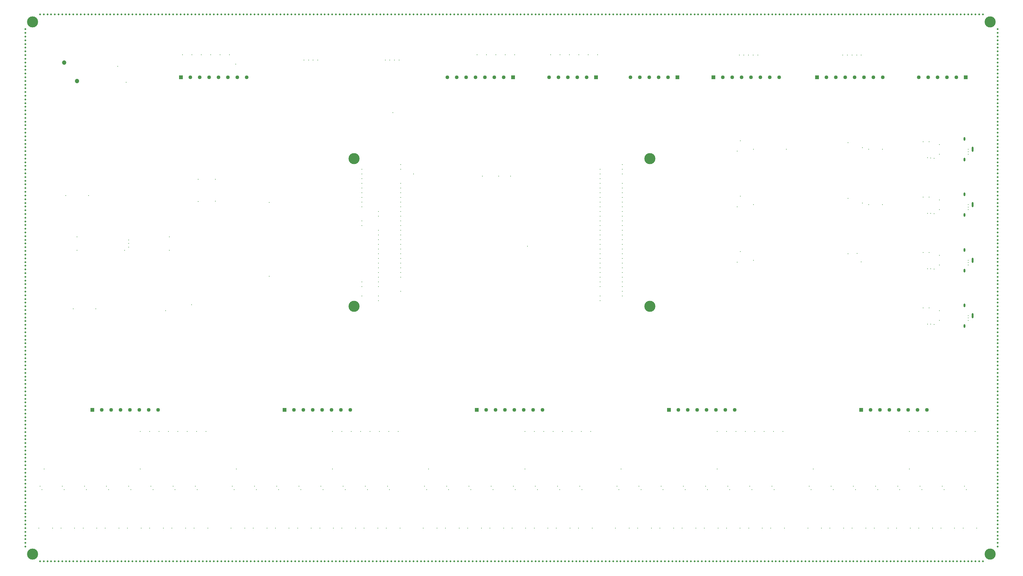
<source format=gbr>
%TF.GenerationSoftware,Altium Limited,Altium Designer,20.0.13 (296)*%
G04 Layer_Color=0*
%FSLAX26Y26*%
%MOIN*%
%TF.FileFunction,Plated,1,4,PTH,Drill*%
%TF.Part,Single*%
G01*
G75*
%TA.AperFunction,ComponentDrill*%
%ADD88O,0.019685X0.055118*%
%ADD89O,0.019685X0.039370*%
%ADD90R,0.040157X0.040157*%
%ADD91C,0.040157*%
%ADD92C,0.047244*%
%TA.AperFunction,OtherDrill,Pad Free-3 (10236.206mil,5866.142mil)*%
%ADD93C,0.019685*%
%TA.AperFunction,OtherDrill,Pad Free-3 (10196.835mil,5866.142mil)*%
%ADD94C,0.019685*%
%TA.AperFunction,OtherDrill,Pad Free-3 (10157.466mil,5866.142mil)*%
%ADD95C,0.019685*%
%TA.AperFunction,OtherDrill,Pad Free-3 (9881.876mil,5866.142mil)*%
%ADD96C,0.019685*%
%TA.AperFunction,OtherDrill,Pad Free-3 (9921.246mil,5866.142mil)*%
%ADD97C,0.019685*%
%TA.AperFunction,OtherDrill,Pad Free-3 (9960.615mil,5866.142mil)*%
%ADD98C,0.019685*%
%TA.AperFunction,OtherDrill,Pad Free-3 (9999.986mil,5866.142mil)*%
%ADD99C,0.019685*%
%TA.AperFunction,OtherDrill,Pad Free-3 (10039.355mil,5866.142mil)*%
%ADD100C,0.019685*%
%TA.AperFunction,OtherDrill,Pad Free-3 (9842.505mil,5866.142mil)*%
%ADD101C,0.019685*%
%TA.AperFunction,OtherDrill,Pad Free-3 (9803.136mil,5866.142mil)*%
%ADD102C,0.019685*%
%TA.AperFunction,OtherDrill,Pad Free-3 (9763.765mil,5866.142mil)*%
%ADD103C,0.019685*%
%TA.AperFunction,OtherDrill,Pad Free-3 (9724.396mil,5866.142mil)*%
%ADD104C,0.019685*%
%TA.AperFunction,OtherDrill,Pad Free-3 (9685.025mil,5866.142mil)*%
%ADD105C,0.019685*%
%TA.AperFunction,OtherDrill,Pad Free-3 (10118.095mil,5866.142mil)*%
%ADD106C,0.019685*%
%TA.AperFunction,OtherDrill,Pad Free-3 (10078.726mil,5866.142mil)*%
%ADD107C,0.019685*%
%TA.AperFunction,OtherDrill,Pad Free-3 (10236.206mil,39.37mil)*%
%ADD108C,0.019685*%
%TA.AperFunction,OtherDrill,Pad Free-3 (10196.836mil,39.37mil)*%
%ADD109C,0.019685*%
%TA.AperFunction,OtherDrill,Pad Free-3 (10157.466mil,39.37mil)*%
%ADD110C,0.019685*%
%TA.AperFunction,OtherDrill,Pad Free-3 (9881.876mil,39.37mil)*%
%ADD111C,0.019685*%
%TA.AperFunction,OtherDrill,Pad Free-3 (9921.246mil,39.37mil)*%
%ADD112C,0.019685*%
%TA.AperFunction,OtherDrill,Pad Free-3 (9960.616mil,39.37mil)*%
%ADD113C,0.019685*%
%TA.AperFunction,OtherDrill,Pad Free-3 (9999.986mil,39.37mil)*%
%ADD114C,0.019685*%
%TA.AperFunction,OtherDrill,Pad Free-3 (10039.356mil,39.37mil)*%
%ADD115C,0.019685*%
%TA.AperFunction,OtherDrill,Pad Free-3 (9842.506mil,39.37mil)*%
%ADD116C,0.019685*%
%TA.AperFunction,OtherDrill,Pad Free-3 (9803.136mil,39.37mil)*%
%ADD117C,0.019685*%
%TA.AperFunction,OtherDrill,Pad Free-3 (9763.766mil,39.37mil)*%
%ADD118C,0.019685*%
%TA.AperFunction,OtherDrill,Pad Free-3 (9724.396mil,39.37mil)*%
%ADD119C,0.019685*%
%TA.AperFunction,OtherDrill,Pad Free-3 (9685.026mil,39.37mil)*%
%ADD120C,0.019685*%
%TA.AperFunction,OtherDrill,Pad Free-3 (10118.096mil,39.37mil)*%
%ADD121C,0.019685*%
%TA.AperFunction,OtherDrill,Pad Free-3 (10078.726mil,39.37mil)*%
%ADD122C,0.019685*%
%TA.AperFunction,OtherDrill,Pad Free-3 (39.37mil,5354.322mil)*%
%ADD123C,0.019685*%
%TA.AperFunction,OtherDrill,Pad Free-3 (39.37mil,5314.952mil)*%
%ADD124C,0.019685*%
%TA.AperFunction,OtherDrill,Pad Free-3 (39.37mil,5275.582mil)*%
%ADD125C,0.019685*%
%TA.AperFunction,OtherDrill,Pad Free-3 (39.37mil,5708.651mil)*%
%ADD126C,0.019685*%
%TA.AperFunction,OtherDrill,Pad Free-3 (39.37mil,5669.282mil)*%
%ADD127C,0.019685*%
%TA.AperFunction,OtherDrill,Pad Free-3 (39.37mil,5629.912mil)*%
%ADD128C,0.019685*%
%TA.AperFunction,OtherDrill,Pad Free-3 (39.37mil,5590.542mil)*%
%ADD129C,0.019685*%
%TA.AperFunction,OtherDrill,Pad Free-3 (39.37mil,5393.691mil)*%
%ADD130C,0.019685*%
%TA.AperFunction,OtherDrill,Pad Free-3 (39.37mil,5433.061mil)*%
%ADD131C,0.019685*%
%TA.AperFunction,OtherDrill,Pad Free-3 (39.37mil,5472.431mil)*%
%ADD132C,0.019685*%
%TA.AperFunction,OtherDrill,Pad Free-3 (39.37mil,5511.801mil)*%
%ADD133C,0.019685*%
%TA.AperFunction,OtherDrill,Pad Free-3 (39.37mil,5551.172mil)*%
%ADD134C,0.019685*%
%TA.AperFunction,OtherDrill,Pad Free-3 (39.37mil,5236.212mil)*%
%ADD135C,0.019685*%
%TA.AperFunction,OtherDrill,Pad Free-3 (39.37mil,4999.992mil)*%
%ADD136C,0.019685*%
%TA.AperFunction,OtherDrill,Pad Free-3 (39.37mil,4960.622mil)*%
%ADD137C,0.019685*%
%TA.AperFunction,OtherDrill,Pad Free-3 (39.37mil,4921.252mil)*%
%ADD138C,0.019685*%
%TA.AperFunction,OtherDrill,Pad Free-3 (39.37mil,4881.882mil)*%
%ADD139C,0.019685*%
%TA.AperFunction,OtherDrill,Pad Free-3 (39.37mil,4842.511mil)*%
%ADD140C,0.019685*%
%TA.AperFunction,OtherDrill,Pad Free-3 (39.37mil,5039.361mil)*%
%ADD141C,0.019685*%
%TA.AperFunction,OtherDrill,Pad Free-3 (39.37mil,5078.731mil)*%
%ADD142C,0.019685*%
%TA.AperFunction,OtherDrill,Pad Free-3 (39.37mil,5118.101mil)*%
%ADD143C,0.019685*%
%TA.AperFunction,OtherDrill,Pad Free-3 (39.37mil,5157.471mil)*%
%ADD144C,0.019685*%
%TA.AperFunction,OtherDrill,Pad Free-3 (39.37mil,5196.842mil)*%
%ADD145C,0.019685*%
%TA.AperFunction,OtherDrill,Pad Free-3 (39.37mil,4724.401mil)*%
%ADD146C,0.019685*%
%TA.AperFunction,OtherDrill,Pad Free-3 (39.37mil,4763.771mil)*%
%ADD147C,0.019685*%
%TA.AperFunction,OtherDrill,Pad Free-3 (39.37mil,4803.141mil)*%
%ADD148C,0.019685*%
%TA.AperFunction,OtherDrill,Pad Free-3 (39.37mil,3858.262mil)*%
%ADD149C,0.019685*%
%TA.AperFunction,OtherDrill,Pad Free-3 (39.37mil,3818.892mil)*%
%ADD150C,0.019685*%
%TA.AperFunction,OtherDrill,Pad Free-3 (39.37mil,3779.521mil)*%
%ADD151C,0.019685*%
%TA.AperFunction,OtherDrill,Pad Free-3 (39.37mil,4251.962mil)*%
%ADD152C,0.019685*%
%TA.AperFunction,OtherDrill,Pad Free-3 (39.37mil,4212.592mil)*%
%ADD153C,0.019685*%
%TA.AperFunction,OtherDrill,Pad Free-3 (39.37mil,4173.221mil)*%
%ADD154C,0.019685*%
%TA.AperFunction,OtherDrill,Pad Free-3 (39.37mil,4133.851mil)*%
%ADD155C,0.019685*%
%TA.AperFunction,OtherDrill,Pad Free-3 (39.37mil,4094.481mil)*%
%ADD156C,0.019685*%
%TA.AperFunction,OtherDrill,Pad Free-3 (39.37mil,3897.631mil)*%
%ADD157C,0.019685*%
%TA.AperFunction,OtherDrill,Pad Free-3 (39.37mil,3937.001mil)*%
%ADD158C,0.019685*%
%TA.AperFunction,OtherDrill,Pad Free-3 (39.37mil,3976.372mil)*%
%ADD159C,0.019685*%
%TA.AperFunction,OtherDrill,Pad Free-3 (39.37mil,4015.742mil)*%
%ADD160C,0.019685*%
%TA.AperFunction,OtherDrill,Pad Free-3 (39.37mil,4055.111mil)*%
%ADD161C,0.019685*%
%TA.AperFunction,OtherDrill,Pad Free-3 (39.37mil,4448.811mil)*%
%ADD162C,0.019685*%
%TA.AperFunction,OtherDrill,Pad Free-3 (39.37mil,4409.441mil)*%
%ADD163C,0.019685*%
%TA.AperFunction,OtherDrill,Pad Free-3 (39.37mil,4370.072mil)*%
%ADD164C,0.019685*%
%TA.AperFunction,OtherDrill,Pad Free-3 (39.37mil,4330.702mil)*%
%ADD165C,0.019685*%
%TA.AperFunction,OtherDrill,Pad Free-3 (39.37mil,4291.332mil)*%
%ADD166C,0.019685*%
%TA.AperFunction,OtherDrill,Pad Free-3 (39.37mil,4488.181mil)*%
%ADD167C,0.019685*%
%TA.AperFunction,OtherDrill,Pad Free-3 (39.37mil,4527.551mil)*%
%ADD168C,0.019685*%
%TA.AperFunction,OtherDrill,Pad Free-3 (39.37mil,4566.922mil)*%
%ADD169C,0.019685*%
%TA.AperFunction,OtherDrill,Pad Free-3 (39.37mil,4606.292mil)*%
%ADD170C,0.019685*%
%TA.AperFunction,OtherDrill,Pad Free-3 (39.37mil,4685.032mil)*%
%ADD171C,0.019685*%
%TA.AperFunction,OtherDrill,Pad Free-3 (39.37mil,4645.662mil)*%
%ADD172C,0.019685*%
%TA.AperFunction,OtherDrill,Pad Free-3 (10393.701mil,5354.326mil)*%
%ADD173C,0.019685*%
%TA.AperFunction,OtherDrill,Pad Free-3 (10393.701mil,5314.956mil)*%
%ADD174C,0.019685*%
%TA.AperFunction,OtherDrill,Pad Free-3 (10393.701mil,5275.586mil)*%
%ADD175C,0.019685*%
%TA.AperFunction,OtherDrill,Pad Free-3 (10393.701mil,5708.656mil)*%
%ADD176C,0.019685*%
%TA.AperFunction,OtherDrill,Pad Free-3 (10393.701mil,5669.286mil)*%
%ADD177C,0.019685*%
%TA.AperFunction,OtherDrill,Pad Free-3 (10393.701mil,5629.916mil)*%
%ADD178C,0.019685*%
%TA.AperFunction,OtherDrill,Pad Free-3 (10393.701mil,5590.546mil)*%
%ADD179C,0.019685*%
%TA.AperFunction,OtherDrill,Pad Free-3 (10393.701mil,5393.696mil)*%
%ADD180C,0.019685*%
%TA.AperFunction,OtherDrill,Pad Free-3 (10393.701mil,5433.066mil)*%
%ADD181C,0.019685*%
%TA.AperFunction,OtherDrill,Pad Free-3 (10393.701mil,5472.436mil)*%
%ADD182C,0.019685*%
%TA.AperFunction,OtherDrill,Pad Free-3 (10393.701mil,5511.806mil)*%
%ADD183C,0.019685*%
%TA.AperFunction,OtherDrill,Pad Free-3 (10393.701mil,5551.176mil)*%
%ADD184C,0.019685*%
%TA.AperFunction,OtherDrill,Pad Free-3 (10393.701mil,5236.216mil)*%
%ADD185C,0.019685*%
%TA.AperFunction,OtherDrill,Pad Free-3 (10393.701mil,4999.996mil)*%
%ADD186C,0.019685*%
%TA.AperFunction,OtherDrill,Pad Free-3 (10393.701mil,4960.626mil)*%
%ADD187C,0.019685*%
%TA.AperFunction,OtherDrill,Pad Free-3 (10393.701mil,4921.256mil)*%
%ADD188C,0.019685*%
%TA.AperFunction,OtherDrill,Pad Free-3 (10393.701mil,4881.886mil)*%
%ADD189C,0.019685*%
%TA.AperFunction,OtherDrill,Pad Free-3 (10393.701mil,4842.516mil)*%
%ADD190C,0.019685*%
%TA.AperFunction,OtherDrill,Pad Free-3 (10393.701mil,5039.366mil)*%
%ADD191C,0.019685*%
%TA.AperFunction,OtherDrill,Pad Free-3 (10393.701mil,5078.736mil)*%
%ADD192C,0.019685*%
%TA.AperFunction,OtherDrill,Pad Free-3 (10393.701mil,5118.106mil)*%
%ADD193C,0.019685*%
%TA.AperFunction,OtherDrill,Pad Free-3 (10393.701mil,5157.476mil)*%
%ADD194C,0.019685*%
%TA.AperFunction,OtherDrill,Pad Free-3 (10393.701mil,5196.846mil)*%
%ADD195C,0.019685*%
%TA.AperFunction,OtherDrill,Pad Free-3 (10393.701mil,4724.406mil)*%
%ADD196C,0.019685*%
%TA.AperFunction,OtherDrill,Pad Free-3 (10393.701mil,4763.776mil)*%
%ADD197C,0.019685*%
%TA.AperFunction,OtherDrill,Pad Free-3 (10393.701mil,4803.146mil)*%
%ADD198C,0.019685*%
%TA.AperFunction,OtherDrill,Pad Free-3 (10393.701mil,3858.266mil)*%
%ADD199C,0.019685*%
%TA.AperFunction,OtherDrill,Pad Free-3 (10393.701mil,3818.896mil)*%
%ADD200C,0.019685*%
%TA.AperFunction,OtherDrill,Pad Free-3 (10393.701mil,3779.526mil)*%
%ADD201C,0.019685*%
%TA.AperFunction,OtherDrill,Pad Free-3 (10393.701mil,4251.966mil)*%
%ADD202C,0.019685*%
%TA.AperFunction,OtherDrill,Pad Free-3 (10393.701mil,4212.596mil)*%
%ADD203C,0.019685*%
%TA.AperFunction,OtherDrill,Pad Free-3 (10393.701mil,4173.226mil)*%
%ADD204C,0.019685*%
%TA.AperFunction,OtherDrill,Pad Free-3 (10393.701mil,4133.856mil)*%
%ADD205C,0.019685*%
%TA.AperFunction,OtherDrill,Pad Free-3 (10393.701mil,4094.486mil)*%
%ADD206C,0.019685*%
%TA.AperFunction,OtherDrill,Pad Free-3 (10393.701mil,3897.636mil)*%
%ADD207C,0.019685*%
%TA.AperFunction,OtherDrill,Pad Free-3 (10393.701mil,3937.006mil)*%
%ADD208C,0.019685*%
%TA.AperFunction,OtherDrill,Pad Free-3 (10393.701mil,3976.376mil)*%
%ADD209C,0.019685*%
%TA.AperFunction,OtherDrill,Pad Free-3 (10393.701mil,4015.746mil)*%
%ADD210C,0.019685*%
%TA.AperFunction,OtherDrill,Pad Free-3 (10393.701mil,4055.116mil)*%
%ADD211C,0.019685*%
%TA.AperFunction,OtherDrill,Pad Free-3 (10393.701mil,4448.816mil)*%
%ADD212C,0.019685*%
%TA.AperFunction,OtherDrill,Pad Free-3 (10393.701mil,4409.446mil)*%
%ADD213C,0.019685*%
%TA.AperFunction,OtherDrill,Pad Free-3 (10393.701mil,4370.076mil)*%
%ADD214C,0.019685*%
%TA.AperFunction,OtherDrill,Pad Free-3 (10393.701mil,4330.706mil)*%
%ADD215C,0.019685*%
%TA.AperFunction,OtherDrill,Pad Free-3 (10393.701mil,4291.336mil)*%
%ADD216C,0.019685*%
%TA.AperFunction,OtherDrill,Pad Free-3 (10393.701mil,4488.186mil)*%
%ADD217C,0.019685*%
%TA.AperFunction,OtherDrill,Pad Free-3 (10393.701mil,4527.556mil)*%
%ADD218C,0.019685*%
%TA.AperFunction,OtherDrill,Pad Free-3 (10393.701mil,4566.926mil)*%
%ADD219C,0.019685*%
%TA.AperFunction,OtherDrill,Pad Free-3 (10393.701mil,4606.296mil)*%
%ADD220C,0.019685*%
%TA.AperFunction,OtherDrill,Pad Free-3 (10393.701mil,4685.036mil)*%
%ADD221C,0.019685*%
%TA.AperFunction,OtherDrill,Pad Free-3 (10393.701mil,4645.666mil)*%
%ADD222C,0.019685*%
%TA.AperFunction,OtherDrill,Pad Free-3 (9606.286mil,39.37mil)*%
%ADD223C,0.019685*%
%TA.AperFunction,OtherDrill,Pad Free-3 (9645.656mil,39.37mil)*%
%ADD224C,0.019685*%
%TA.AperFunction,OtherDrill,Pad Free-3 (9212.586mil,39.37mil)*%
%ADD225C,0.019685*%
%TA.AperFunction,OtherDrill,Pad Free-3 (9251.956mil,39.37mil)*%
%ADD226C,0.019685*%
%TA.AperFunction,OtherDrill,Pad Free-3 (9291.326mil,39.37mil)*%
%ADD227C,0.019685*%
%TA.AperFunction,OtherDrill,Pad Free-3 (9330.696mil,39.37mil)*%
%ADD228C,0.019685*%
%TA.AperFunction,OtherDrill,Pad Free-3 (9370.066mil,39.37mil)*%
%ADD229C,0.019685*%
%TA.AperFunction,OtherDrill,Pad Free-3 (9566.916mil,39.37mil)*%
%ADD230C,0.019685*%
%TA.AperFunction,OtherDrill,Pad Free-3 (9527.546mil,39.37mil)*%
%ADD231C,0.019685*%
%TA.AperFunction,OtherDrill,Pad Free-3 (9488.176mil,39.37mil)*%
%ADD232C,0.019685*%
%TA.AperFunction,OtherDrill,Pad Free-3 (9448.806mil,39.37mil)*%
%ADD233C,0.019685*%
%TA.AperFunction,OtherDrill,Pad Free-3 (9409.436mil,39.37mil)*%
%ADD234C,0.019685*%
%TA.AperFunction,OtherDrill,Pad Free-3 (8818.886mil,39.37mil)*%
%ADD235C,0.019685*%
%TA.AperFunction,OtherDrill,Pad Free-3 (8858.256mil,39.37mil)*%
%ADD236C,0.019685*%
%TA.AperFunction,OtherDrill,Pad Free-3 (8897.626mil,39.37mil)*%
%ADD237C,0.019685*%
%TA.AperFunction,OtherDrill,Pad Free-3 (8936.996mil,39.37mil)*%
%ADD238C,0.019685*%
%TA.AperFunction,OtherDrill,Pad Free-3 (8976.366mil,39.37mil)*%
%ADD239C,0.019685*%
%TA.AperFunction,OtherDrill,Pad Free-3 (9173.216mil,39.37mil)*%
%ADD240C,0.019685*%
%TA.AperFunction,OtherDrill,Pad Free-3 (9133.846mil,39.37mil)*%
%ADD241C,0.019685*%
%TA.AperFunction,OtherDrill,Pad Free-3 (9094.476mil,39.37mil)*%
%ADD242C,0.019685*%
%TA.AperFunction,OtherDrill,Pad Free-3 (9055.106mil,39.37mil)*%
%ADD243C,0.019685*%
%TA.AperFunction,OtherDrill,Pad Free-3 (9015.736mil,39.37mil)*%
%ADD244C,0.019685*%
%TA.AperFunction,OtherDrill,Pad Free-3 (8582.666mil,39.37mil)*%
%ADD245C,0.019685*%
%TA.AperFunction,OtherDrill,Pad Free-3 (8779.516mil,39.37mil)*%
%ADD246C,0.019685*%
%TA.AperFunction,OtherDrill,Pad Free-3 (8740.146mil,39.37mil)*%
%ADD247C,0.019685*%
%TA.AperFunction,OtherDrill,Pad Free-3 (8700.776mil,39.37mil)*%
%ADD248C,0.019685*%
%TA.AperFunction,OtherDrill,Pad Free-3 (8661.406mil,39.37mil)*%
%ADD249C,0.019685*%
%TA.AperFunction,OtherDrill,Pad Free-3 (8622.036mil,39.37mil)*%
%ADD250C,0.019685*%
%TA.AperFunction,OtherDrill,Pad Free-3 (8188.966mil,39.37mil)*%
%ADD251C,0.019685*%
%TA.AperFunction,OtherDrill,Pad Free-3 (8228.336mil,39.37mil)*%
%ADD252C,0.019685*%
%TA.AperFunction,OtherDrill,Pad Free-3 (8267.706mil,39.37mil)*%
%ADD253C,0.019685*%
%TA.AperFunction,OtherDrill,Pad Free-3 (8307.076mil,39.37mil)*%
%ADD254C,0.019685*%
%TA.AperFunction,OtherDrill,Pad Free-3 (8346.446mil,39.37mil)*%
%ADD255C,0.019685*%
%TA.AperFunction,OtherDrill,Pad Free-3 (8543.296mil,39.37mil)*%
%ADD256C,0.019685*%
%TA.AperFunction,OtherDrill,Pad Free-3 (8503.926mil,39.37mil)*%
%ADD257C,0.019685*%
%TA.AperFunction,OtherDrill,Pad Free-3 (8464.556mil,39.37mil)*%
%ADD258C,0.019685*%
%TA.AperFunction,OtherDrill,Pad Free-3 (8425.186mil,39.37mil)*%
%ADD259C,0.019685*%
%TA.AperFunction,OtherDrill,Pad Free-3 (8385.816mil,39.37mil)*%
%ADD260C,0.019685*%
%TA.AperFunction,OtherDrill,Pad Free-3 (7795.266mil,39.37mil)*%
%ADD261C,0.019685*%
%TA.AperFunction,OtherDrill,Pad Free-3 (7834.636mil,39.37mil)*%
%ADD262C,0.019685*%
%TA.AperFunction,OtherDrill,Pad Free-3 (7874.006mil,39.37mil)*%
%ADD263C,0.019685*%
%TA.AperFunction,OtherDrill,Pad Free-3 (7913.376mil,39.37mil)*%
%ADD264C,0.019685*%
%TA.AperFunction,OtherDrill,Pad Free-3 (7952.746mil,39.37mil)*%
%ADD265C,0.019685*%
%TA.AperFunction,OtherDrill,Pad Free-3 (8149.596mil,39.37mil)*%
%ADD266C,0.019685*%
%TA.AperFunction,OtherDrill,Pad Free-3 (8110.226mil,39.37mil)*%
%ADD267C,0.019685*%
%TA.AperFunction,OtherDrill,Pad Free-3 (8070.856mil,39.37mil)*%
%ADD268C,0.019685*%
%TA.AperFunction,OtherDrill,Pad Free-3 (8031.486mil,39.37mil)*%
%ADD269C,0.019685*%
%TA.AperFunction,OtherDrill,Pad Free-3 (7992.116mil,39.37mil)*%
%ADD270C,0.019685*%
%TA.AperFunction,OtherDrill,Pad Free-3 (7401.566mil,39.37mil)*%
%ADD271C,0.019685*%
%TA.AperFunction,OtherDrill,Pad Free-3 (7440.936mil,39.37mil)*%
%ADD272C,0.019685*%
%TA.AperFunction,OtherDrill,Pad Free-3 (7480.306mil,39.37mil)*%
%ADD273C,0.019685*%
%TA.AperFunction,OtherDrill,Pad Free-3 (7519.676mil,39.37mil)*%
%ADD274C,0.019685*%
%TA.AperFunction,OtherDrill,Pad Free-3 (7559.046mil,39.37mil)*%
%ADD275C,0.019685*%
%TA.AperFunction,OtherDrill,Pad Free-3 (7755.896mil,39.37mil)*%
%ADD276C,0.019685*%
%TA.AperFunction,OtherDrill,Pad Free-3 (7716.526mil,39.37mil)*%
%ADD277C,0.019685*%
%TA.AperFunction,OtherDrill,Pad Free-3 (7677.156mil,39.37mil)*%
%ADD278C,0.019685*%
%TA.AperFunction,OtherDrill,Pad Free-3 (7637.786mil,39.37mil)*%
%ADD279C,0.019685*%
%TA.AperFunction,OtherDrill,Pad Free-3 (7598.416mil,39.37mil)*%
%ADD280C,0.019685*%
%TA.AperFunction,OtherDrill,Pad Free-3 (7165.346mil,39.37mil)*%
%ADD281C,0.019685*%
%TA.AperFunction,OtherDrill,Pad Free-3 (7362.196mil,39.37mil)*%
%ADD282C,0.019685*%
%TA.AperFunction,OtherDrill,Pad Free-3 (7322.826mil,39.37mil)*%
%ADD283C,0.019685*%
%TA.AperFunction,OtherDrill,Pad Free-3 (7283.456mil,39.37mil)*%
%ADD284C,0.019685*%
%TA.AperFunction,OtherDrill,Pad Free-3 (7244.086mil,39.37mil)*%
%ADD285C,0.019685*%
%TA.AperFunction,OtherDrill,Pad Free-3 (7204.716mil,39.37mil)*%
%ADD286C,0.019685*%
%TA.AperFunction,OtherDrill,Pad Free-3 (6771.646mil,39.37mil)*%
%ADD287C,0.019685*%
%TA.AperFunction,OtherDrill,Pad Free-3 (6811.016mil,39.37mil)*%
%ADD288C,0.019685*%
%TA.AperFunction,OtherDrill,Pad Free-3 (6850.386mil,39.37mil)*%
%ADD289C,0.019685*%
%TA.AperFunction,OtherDrill,Pad Free-3 (6889.756mil,39.37mil)*%
%ADD290C,0.019685*%
%TA.AperFunction,OtherDrill,Pad Free-3 (6929.126mil,39.37mil)*%
%ADD291C,0.019685*%
%TA.AperFunction,OtherDrill,Pad Free-3 (7125.976mil,39.37mil)*%
%ADD292C,0.019685*%
%TA.AperFunction,OtherDrill,Pad Free-3 (7086.606mil,39.37mil)*%
%ADD293C,0.019685*%
%TA.AperFunction,OtherDrill,Pad Free-3 (7047.236mil,39.37mil)*%
%ADD294C,0.019685*%
%TA.AperFunction,OtherDrill,Pad Free-3 (7007.866mil,39.37mil)*%
%ADD295C,0.019685*%
%TA.AperFunction,OtherDrill,Pad Free-3 (6968.496mil,39.37mil)*%
%ADD296C,0.019685*%
%TA.AperFunction,OtherDrill,Pad Free-3 (6377.946mil,39.37mil)*%
%ADD297C,0.019685*%
%TA.AperFunction,OtherDrill,Pad Free-3 (6417.316mil,39.37mil)*%
%ADD298C,0.019685*%
%TA.AperFunction,OtherDrill,Pad Free-3 (6456.686mil,39.37mil)*%
%ADD299C,0.019685*%
%TA.AperFunction,OtherDrill,Pad Free-3 (6496.056mil,39.37mil)*%
%ADD300C,0.019685*%
%TA.AperFunction,OtherDrill,Pad Free-3 (6535.426mil,39.37mil)*%
%ADD301C,0.019685*%
%TA.AperFunction,OtherDrill,Pad Free-3 (6732.276mil,39.37mil)*%
%ADD302C,0.019685*%
%TA.AperFunction,OtherDrill,Pad Free-3 (6692.906mil,39.37mil)*%
%ADD303C,0.019685*%
%TA.AperFunction,OtherDrill,Pad Free-3 (6653.536mil,39.37mil)*%
%ADD304C,0.019685*%
%TA.AperFunction,OtherDrill,Pad Free-3 (6614.166mil,39.37mil)*%
%ADD305C,0.019685*%
%TA.AperFunction,OtherDrill,Pad Free-3 (6574.796mil,39.37mil)*%
%ADD306C,0.019685*%
%TA.AperFunction,OtherDrill,Pad Free-3 (5984.246mil,39.37mil)*%
%ADD307C,0.019685*%
%TA.AperFunction,OtherDrill,Pad Free-3 (6023.616mil,39.37mil)*%
%ADD308C,0.019685*%
%TA.AperFunction,OtherDrill,Pad Free-3 (6062.986mil,39.37mil)*%
%ADD309C,0.019685*%
%TA.AperFunction,OtherDrill,Pad Free-3 (6102.356mil,39.37mil)*%
%ADD310C,0.019685*%
%TA.AperFunction,OtherDrill,Pad Free-3 (6141.726mil,39.37mil)*%
%ADD311C,0.019685*%
%TA.AperFunction,OtherDrill,Pad Free-3 (6338.576mil,39.37mil)*%
%ADD312C,0.019685*%
%TA.AperFunction,OtherDrill,Pad Free-3 (6299.206mil,39.37mil)*%
%ADD313C,0.019685*%
%TA.AperFunction,OtherDrill,Pad Free-3 (6259.836mil,39.37mil)*%
%ADD314C,0.019685*%
%TA.AperFunction,OtherDrill,Pad Free-3 (6220.466mil,39.37mil)*%
%ADD315C,0.019685*%
%TA.AperFunction,OtherDrill,Pad Free-3 (6181.096mil,39.37mil)*%
%ADD316C,0.019685*%
%TA.AperFunction,OtherDrill,Pad Free-3 (5748.026mil,39.37mil)*%
%ADD317C,0.019685*%
%TA.AperFunction,OtherDrill,Pad Free-3 (5944.876mil,39.37mil)*%
%ADD318C,0.019685*%
%TA.AperFunction,OtherDrill,Pad Free-3 (5905.506mil,39.37mil)*%
%ADD319C,0.019685*%
%TA.AperFunction,OtherDrill,Pad Free-3 (5866.136mil,39.37mil)*%
%ADD320C,0.019685*%
%TA.AperFunction,OtherDrill,Pad Free-3 (5826.766mil,39.37mil)*%
%ADD321C,0.019685*%
%TA.AperFunction,OtherDrill,Pad Free-3 (5787.396mil,39.37mil)*%
%ADD322C,0.019685*%
%TA.AperFunction,OtherDrill,Pad Free-3 (9606.285mil,5866.142mil)*%
%ADD323C,0.019685*%
%TA.AperFunction,OtherDrill,Pad Free-3 (9645.656mil,5866.142mil)*%
%ADD324C,0.019685*%
%TA.AperFunction,OtherDrill,Pad Free-3 (9212.585mil,5866.142mil)*%
%ADD325C,0.019685*%
%TA.AperFunction,OtherDrill,Pad Free-3 (9251.956mil,5866.142mil)*%
%ADD326C,0.019685*%
%TA.AperFunction,OtherDrill,Pad Free-3 (9291.326mil,5866.142mil)*%
%ADD327C,0.019685*%
%TA.AperFunction,OtherDrill,Pad Free-3 (9330.695mil,5866.142mil)*%
%ADD328C,0.019685*%
%TA.AperFunction,OtherDrill,Pad Free-3 (9370.066mil,5866.142mil)*%
%ADD329C,0.019685*%
%TA.AperFunction,OtherDrill,Pad Free-3 (9566.915mil,5866.142mil)*%
%ADD330C,0.019685*%
%TA.AperFunction,OtherDrill,Pad Free-3 (9527.546mil,5866.142mil)*%
%ADD331C,0.019685*%
%TA.AperFunction,OtherDrill,Pad Free-3 (9488.175mil,5866.142mil)*%
%ADD332C,0.019685*%
%TA.AperFunction,OtherDrill,Pad Free-3 (9448.806mil,5866.142mil)*%
%ADD333C,0.019685*%
%TA.AperFunction,OtherDrill,Pad Free-3 (9409.435mil,5866.142mil)*%
%ADD334C,0.019685*%
%TA.AperFunction,OtherDrill,Pad Free-3 (8818.886mil,5866.142mil)*%
%ADD335C,0.019685*%
%TA.AperFunction,OtherDrill,Pad Free-3 (8858.255mil,5866.142mil)*%
%ADD336C,0.019685*%
%TA.AperFunction,OtherDrill,Pad Free-3 (8897.626mil,5866.142mil)*%
%ADD337C,0.019685*%
%TA.AperFunction,OtherDrill,Pad Free-3 (8936.996mil,5866.142mil)*%
%ADD338C,0.019685*%
%TA.AperFunction,OtherDrill,Pad Free-3 (8976.365mil,5866.142mil)*%
%ADD339C,0.019685*%
%TA.AperFunction,OtherDrill,Pad Free-3 (9173.216mil,5866.142mil)*%
%ADD340C,0.019685*%
%TA.AperFunction,OtherDrill,Pad Free-3 (9133.845mil,5866.142mil)*%
%ADD341C,0.019685*%
%TA.AperFunction,OtherDrill,Pad Free-3 (9094.476mil,5866.142mil)*%
%ADD342C,0.019685*%
%TA.AperFunction,OtherDrill,Pad Free-3 (9055.105mil,5866.142mil)*%
%ADD343C,0.019685*%
%TA.AperFunction,OtherDrill,Pad Free-3 (9015.736mil,5866.142mil)*%
%ADD344C,0.019685*%
%TA.AperFunction,OtherDrill,Pad Free-3 (8582.665mil,5866.142mil)*%
%ADD345C,0.019685*%
%TA.AperFunction,OtherDrill,Pad Free-3 (8779.515mil,5866.142mil)*%
%ADD346C,0.019685*%
%TA.AperFunction,OtherDrill,Pad Free-3 (8740.146mil,5866.142mil)*%
%ADD347C,0.019685*%
%TA.AperFunction,OtherDrill,Pad Free-3 (8700.775mil,5866.142mil)*%
%ADD348C,0.019685*%
%TA.AperFunction,OtherDrill,Pad Free-3 (8661.406mil,5866.142mil)*%
%ADD349C,0.019685*%
%TA.AperFunction,OtherDrill,Pad Free-3 (8622.035mil,5866.142mil)*%
%ADD350C,0.019685*%
%TA.AperFunction,OtherDrill,Pad Free-3 (8188.966mil,5866.142mil)*%
%ADD351C,0.019685*%
%TA.AperFunction,OtherDrill,Pad Free-3 (8228.335mil,5866.142mil)*%
%ADD352C,0.019685*%
%TA.AperFunction,OtherDrill,Pad Free-3 (8267.706mil,5866.142mil)*%
%ADD353C,0.019685*%
%TA.AperFunction,OtherDrill,Pad Free-3 (8307.076mil,5866.142mil)*%
%ADD354C,0.019685*%
%TA.AperFunction,OtherDrill,Pad Free-3 (8346.445mil,5866.142mil)*%
%ADD355C,0.019685*%
%TA.AperFunction,OtherDrill,Pad Free-3 (8543.296mil,5866.142mil)*%
%ADD356C,0.019685*%
%TA.AperFunction,OtherDrill,Pad Free-3 (8503.925mil,5866.142mil)*%
%ADD357C,0.019685*%
%TA.AperFunction,OtherDrill,Pad Free-3 (8464.556mil,5866.142mil)*%
%ADD358C,0.019685*%
%TA.AperFunction,OtherDrill,Pad Free-3 (8425.185mil,5866.142mil)*%
%ADD359C,0.019685*%
%TA.AperFunction,OtherDrill,Pad Free-3 (8385.816mil,5866.142mil)*%
%ADD360C,0.019685*%
%TA.AperFunction,OtherDrill,Pad Free-3 (7795.266mil,5866.142mil)*%
%ADD361C,0.019685*%
%TA.AperFunction,OtherDrill,Pad Free-3 (7834.636mil,5866.142mil)*%
%ADD362C,0.019685*%
%TA.AperFunction,OtherDrill,Pad Free-3 (7874.006mil,5866.142mil)*%
%ADD363C,0.019685*%
%TA.AperFunction,OtherDrill,Pad Free-3 (7913.376mil,5866.142mil)*%
%ADD364C,0.019685*%
%TA.AperFunction,OtherDrill,Pad Free-3 (7952.745mil,5866.142mil)*%
%ADD365C,0.019685*%
%TA.AperFunction,OtherDrill,Pad Free-3 (8149.596mil,5866.142mil)*%
%ADD366C,0.019685*%
%TA.AperFunction,OtherDrill,Pad Free-3 (8110.225mil,5866.142mil)*%
%ADD367C,0.019685*%
%TA.AperFunction,OtherDrill,Pad Free-3 (8070.855mil,5866.142mil)*%
%ADD368C,0.019685*%
%TA.AperFunction,OtherDrill,Pad Free-3 (8031.485mil,5866.142mil)*%
%ADD369C,0.019685*%
%TA.AperFunction,OtherDrill,Pad Free-3 (7992.115mil,5866.142mil)*%
%ADD370C,0.019685*%
%TA.AperFunction,OtherDrill,Pad Free-3 (7401.565mil,5866.142mil)*%
%ADD371C,0.019685*%
%TA.AperFunction,OtherDrill,Pad Free-3 (7440.935mil,5866.142mil)*%
%ADD372C,0.019685*%
%TA.AperFunction,OtherDrill,Pad Free-3 (7480.306mil,5866.142mil)*%
%ADD373C,0.019685*%
%TA.AperFunction,OtherDrill,Pad Free-3 (7519.676mil,5866.142mil)*%
%ADD374C,0.019685*%
%TA.AperFunction,OtherDrill,Pad Free-3 (7559.046mil,5866.142mil)*%
%ADD375C,0.019685*%
%TA.AperFunction,OtherDrill,Pad Free-3 (7755.895mil,5866.142mil)*%
%ADD376C,0.019685*%
%TA.AperFunction,OtherDrill,Pad Free-3 (7716.525mil,5866.142mil)*%
%ADD377C,0.019685*%
%TA.AperFunction,OtherDrill,Pad Free-3 (7677.155mil,5866.142mil)*%
%ADD378C,0.019685*%
%TA.AperFunction,OtherDrill,Pad Free-3 (7637.785mil,5866.142mil)*%
%ADD379C,0.019685*%
%TA.AperFunction,OtherDrill,Pad Free-3 (7598.416mil,5866.142mil)*%
%ADD380C,0.019685*%
%TA.AperFunction,OtherDrill,Pad Free-3 (7165.346mil,5866.142mil)*%
%ADD381C,0.019685*%
%TA.AperFunction,OtherDrill,Pad Free-3 (7362.195mil,5866.142mil)*%
%ADD382C,0.019685*%
%TA.AperFunction,OtherDrill,Pad Free-3 (7322.825mil,5866.142mil)*%
%ADD383C,0.019685*%
%TA.AperFunction,OtherDrill,Pad Free-3 (7283.456mil,5866.142mil)*%
%ADD384C,0.019685*%
%TA.AperFunction,OtherDrill,Pad Free-3 (7244.086mil,5866.142mil)*%
%ADD385C,0.019685*%
%TA.AperFunction,OtherDrill,Pad Free-3 (7204.716mil,5866.142mil)*%
%ADD386C,0.019685*%
%TA.AperFunction,OtherDrill,Pad Free-3 (6771.645mil,5866.142mil)*%
%ADD387C,0.019685*%
%TA.AperFunction,OtherDrill,Pad Free-3 (6811.016mil,5866.142mil)*%
%ADD388C,0.019685*%
%TA.AperFunction,OtherDrill,Pad Free-3 (6850.386mil,5866.142mil)*%
%ADD389C,0.019685*%
%TA.AperFunction,OtherDrill,Pad Free-3 (6889.756mil,5866.142mil)*%
%ADD390C,0.019685*%
%TA.AperFunction,OtherDrill,Pad Free-3 (6929.126mil,5866.142mil)*%
%ADD391C,0.019685*%
%TA.AperFunction,OtherDrill,Pad Free-3 (7125.975mil,5866.142mil)*%
%ADD392C,0.019685*%
%TA.AperFunction,OtherDrill,Pad Free-3 (7086.605mil,5866.142mil)*%
%ADD393C,0.019685*%
%TA.AperFunction,OtherDrill,Pad Free-3 (7047.235mil,5866.142mil)*%
%ADD394C,0.019685*%
%TA.AperFunction,OtherDrill,Pad Free-3 (7007.865mil,5866.142mil)*%
%ADD395C,0.019685*%
%TA.AperFunction,OtherDrill,Pad Free-3 (6968.495mil,5866.142mil)*%
%ADD396C,0.019685*%
%TA.AperFunction,OtherDrill,Pad Free-3 (6377.945mil,5866.142mil)*%
%ADD397C,0.019685*%
%TA.AperFunction,OtherDrill,Pad Free-3 (6417.315mil,5866.142mil)*%
%ADD398C,0.019685*%
%TA.AperFunction,OtherDrill,Pad Free-3 (6456.685mil,5866.142mil)*%
%ADD399C,0.019685*%
%TA.AperFunction,OtherDrill,Pad Free-3 (6496.056mil,5866.142mil)*%
%ADD400C,0.019685*%
%TA.AperFunction,OtherDrill,Pad Free-3 (6535.426mil,5866.142mil)*%
%ADD401C,0.019685*%
%TA.AperFunction,OtherDrill,Pad Free-3 (6732.275mil,5866.142mil)*%
%ADD402C,0.019685*%
%TA.AperFunction,OtherDrill,Pad Free-3 (6692.905mil,5866.142mil)*%
%ADD403C,0.019685*%
%TA.AperFunction,OtherDrill,Pad Free-3 (6653.535mil,5866.142mil)*%
%ADD404C,0.019685*%
%TA.AperFunction,OtherDrill,Pad Free-3 (6614.166mil,5866.142mil)*%
%ADD405C,0.019685*%
%TA.AperFunction,OtherDrill,Pad Free-3 (6574.796mil,5866.142mil)*%
%ADD406C,0.019685*%
%TA.AperFunction,OtherDrill,Pad Free-3 (5984.245mil,5866.142mil)*%
%ADD407C,0.019685*%
%TA.AperFunction,OtherDrill,Pad Free-3 (6023.615mil,5866.142mil)*%
%ADD408C,0.019685*%
%TA.AperFunction,OtherDrill,Pad Free-3 (6062.985mil,5866.142mil)*%
%ADD409C,0.019685*%
%TA.AperFunction,OtherDrill,Pad Free-3 (6102.355mil,5866.142mil)*%
%ADD410C,0.019685*%
%TA.AperFunction,OtherDrill,Pad Free-3 (6141.725mil,5866.142mil)*%
%ADD411C,0.019685*%
%TA.AperFunction,OtherDrill,Pad Free-3 (6338.575mil,5866.142mil)*%
%ADD412C,0.019685*%
%TA.AperFunction,OtherDrill,Pad Free-3 (6299.206mil,5866.142mil)*%
%ADD413C,0.019685*%
%TA.AperFunction,OtherDrill,Pad Free-3 (6259.836mil,5866.142mil)*%
%ADD414C,0.019685*%
%TA.AperFunction,OtherDrill,Pad Free-3 (6220.466mil,5866.142mil)*%
%ADD415C,0.019685*%
%TA.AperFunction,OtherDrill,Pad Free-3 (6181.096mil,5866.142mil)*%
%ADD416C,0.019685*%
%TA.AperFunction,OtherDrill,Pad Free-3 (5748.025mil,5866.142mil)*%
%ADD417C,0.019685*%
%TA.AperFunction,OtherDrill,Pad Free-3 (5944.876mil,5866.142mil)*%
%ADD418C,0.019685*%
%TA.AperFunction,OtherDrill,Pad Free-3 (5905.506mil,5866.142mil)*%
%ADD419C,0.019685*%
%TA.AperFunction,OtherDrill,Pad Free-3 (5866.136mil,5866.142mil)*%
%ADD420C,0.019685*%
%TA.AperFunction,OtherDrill,Pad Free-3 (5826.766mil,5866.142mil)*%
%ADD421C,0.019685*%
%TA.AperFunction,OtherDrill,Pad Free-3 (5787.395mil,5866.142mil)*%
%ADD422C,0.019685*%
%TA.AperFunction,OtherDrill,Pad Free-3 (39.37mil,196.851mil)*%
%ADD423C,0.019685*%
%TA.AperFunction,OtherDrill,Pad Free-3 (39.37mil,433.072mil)*%
%ADD424C,0.019685*%
%TA.AperFunction,OtherDrill,Pad Free-3 (39.37mil,472.442mil)*%
%ADD425C,0.019685*%
%TA.AperFunction,OtherDrill,Pad Free-3 (39.37mil,511.812mil)*%
%ADD426C,0.019685*%
%TA.AperFunction,OtherDrill,Pad Free-3 (39.37mil,551.182mil)*%
%ADD427C,0.019685*%
%TA.AperFunction,OtherDrill,Pad Free-3 (39.37mil,590.552mil)*%
%ADD428C,0.019685*%
%TA.AperFunction,OtherDrill,Pad Free-3 (39.37mil,393.702mil)*%
%ADD429C,0.019685*%
%TA.AperFunction,OtherDrill,Pad Free-3 (39.37mil,354.332mil)*%
%ADD430C,0.019685*%
%TA.AperFunction,OtherDrill,Pad Free-3 (39.37mil,314.962mil)*%
%ADD431C,0.019685*%
%TA.AperFunction,OtherDrill,Pad Free-3 (39.37mil,275.591mil)*%
%ADD432C,0.019685*%
%TA.AperFunction,OtherDrill,Pad Free-3 (39.37mil,236.221mil)*%
%ADD433C,0.019685*%
%TA.AperFunction,OtherDrill,Pad Free-3 (39.37mil,708.662mil)*%
%ADD434C,0.019685*%
%TA.AperFunction,OtherDrill,Pad Free-3 (39.37mil,669.292mil)*%
%ADD435C,0.019685*%
%TA.AperFunction,OtherDrill,Pad Free-3 (39.37mil,629.922mil)*%
%ADD436C,0.019685*%
%TA.AperFunction,OtherDrill,Pad Free-3 (39.37mil,3543.302mil)*%
%ADD437C,0.019685*%
%TA.AperFunction,OtherDrill,Pad Free-3 (39.37mil,3582.671mil)*%
%ADD438C,0.019685*%
%TA.AperFunction,OtherDrill,Pad Free-3 (39.37mil,3622.041mil)*%
%ADD439C,0.019685*%
%TA.AperFunction,OtherDrill,Pad Free-3 (39.37mil,3661.412mil)*%
%ADD440C,0.019685*%
%TA.AperFunction,OtherDrill,Pad Free-3 (39.37mil,3700.782mil)*%
%ADD441C,0.019685*%
%TA.AperFunction,OtherDrill,Pad Free-3 (39.37mil,3740.151mil)*%
%ADD442C,0.019685*%
%TA.AperFunction,OtherDrill,Pad Free-3 (39.37mil,3149.602mil)*%
%ADD443C,0.019685*%
%TA.AperFunction,OtherDrill,Pad Free-3 (39.37mil,3188.972mil)*%
%ADD444C,0.019685*%
%TA.AperFunction,OtherDrill,Pad Free-3 (39.37mil,3228.341mil)*%
%ADD445C,0.019685*%
%TA.AperFunction,OtherDrill,Pad Free-3 (39.37mil,3267.711mil)*%
%ADD446C,0.019685*%
%TA.AperFunction,OtherDrill,Pad Free-3 (39.37mil,3307.081mil)*%
%ADD447C,0.019685*%
%TA.AperFunction,OtherDrill,Pad Free-3 (39.37mil,3503.932mil)*%
%ADD448C,0.019685*%
%TA.AperFunction,OtherDrill,Pad Free-3 (39.37mil,3464.561mil)*%
%ADD449C,0.019685*%
%TA.AperFunction,OtherDrill,Pad Free-3 (39.37mil,3425.191mil)*%
%ADD450C,0.019685*%
%TA.AperFunction,OtherDrill,Pad Free-3 (39.37mil,3385.822mil)*%
%ADD451C,0.019685*%
%TA.AperFunction,OtherDrill,Pad Free-3 (39.37mil,3346.452mil)*%
%ADD452C,0.019685*%
%TA.AperFunction,OtherDrill,Pad Free-3 (39.37mil,2755.901mil)*%
%ADD453C,0.019685*%
%TA.AperFunction,OtherDrill,Pad Free-3 (39.37mil,2795.271mil)*%
%ADD454C,0.019685*%
%TA.AperFunction,OtherDrill,Pad Free-3 (39.37mil,2834.642mil)*%
%ADD455C,0.019685*%
%TA.AperFunction,OtherDrill,Pad Free-3 (39.37mil,2874.012mil)*%
%ADD456C,0.019685*%
%TA.AperFunction,OtherDrill,Pad Free-3 (39.37mil,2913.381mil)*%
%ADD457C,0.019685*%
%TA.AperFunction,OtherDrill,Pad Free-3 (39.37mil,3110.231mil)*%
%ADD458C,0.019685*%
%TA.AperFunction,OtherDrill,Pad Free-3 (39.37mil,3070.861mil)*%
%ADD459C,0.019685*%
%TA.AperFunction,OtherDrill,Pad Free-3 (39.37mil,3031.492mil)*%
%ADD460C,0.019685*%
%TA.AperFunction,OtherDrill,Pad Free-3 (39.37mil,2992.122mil)*%
%ADD461C,0.019685*%
%TA.AperFunction,OtherDrill,Pad Free-3 (39.37mil,2952.751mil)*%
%ADD462C,0.019685*%
%TA.AperFunction,OtherDrill,Pad Free-3 (39.37mil,2362.202mil)*%
%ADD463C,0.019685*%
%TA.AperFunction,OtherDrill,Pad Free-3 (39.37mil,2401.572mil)*%
%ADD464C,0.019685*%
%TA.AperFunction,OtherDrill,Pad Free-3 (39.37mil,2440.941mil)*%
%ADD465C,0.019685*%
%TA.AperFunction,OtherDrill,Pad Free-3 (39.37mil,2480.311mil)*%
%ADD466C,0.019685*%
%TA.AperFunction,OtherDrill,Pad Free-3 (39.37mil,2519.682mil)*%
%ADD467C,0.019685*%
%TA.AperFunction,OtherDrill,Pad Free-3 (39.37mil,2716.532mil)*%
%ADD468C,0.019685*%
%TA.AperFunction,OtherDrill,Pad Free-3 (39.37mil,2677.162mil)*%
%ADD469C,0.019685*%
%TA.AperFunction,OtherDrill,Pad Free-3 (39.37mil,2637.791mil)*%
%ADD470C,0.019685*%
%TA.AperFunction,OtherDrill,Pad Free-3 (39.37mil,2598.421mil)*%
%ADD471C,0.019685*%
%TA.AperFunction,OtherDrill,Pad Free-3 (39.37mil,2559.052mil)*%
%ADD472C,0.019685*%
%TA.AperFunction,OtherDrill,Pad Free-3 (39.37mil,1968.502mil)*%
%ADD473C,0.019685*%
%TA.AperFunction,OtherDrill,Pad Free-3 (39.37mil,2007.871mil)*%
%ADD474C,0.019685*%
%TA.AperFunction,OtherDrill,Pad Free-3 (39.37mil,2047.242mil)*%
%ADD475C,0.019685*%
%TA.AperFunction,OtherDrill,Pad Free-3 (39.37mil,2086.611mil)*%
%ADD476C,0.019685*%
%TA.AperFunction,OtherDrill,Pad Free-3 (39.37mil,2125.981mil)*%
%ADD477C,0.019685*%
%TA.AperFunction,OtherDrill,Pad Free-3 (39.37mil,2322.831mil)*%
%ADD478C,0.019685*%
%TA.AperFunction,OtherDrill,Pad Free-3 (39.37mil,2283.461mil)*%
%ADD479C,0.019685*%
%TA.AperFunction,OtherDrill,Pad Free-3 (39.37mil,2244.091mil)*%
%ADD480C,0.019685*%
%TA.AperFunction,OtherDrill,Pad Free-3 (39.37mil,2204.722mil)*%
%ADD481C,0.019685*%
%TA.AperFunction,OtherDrill,Pad Free-3 (39.37mil,2165.352mil)*%
%ADD482C,0.019685*%
%TA.AperFunction,OtherDrill,Pad Free-3 (39.37mil,1574.802mil)*%
%ADD483C,0.019685*%
%TA.AperFunction,OtherDrill,Pad Free-3 (39.37mil,1614.171mil)*%
%ADD484C,0.019685*%
%TA.AperFunction,OtherDrill,Pad Free-3 (39.37mil,1653.542mil)*%
%ADD485C,0.019685*%
%TA.AperFunction,OtherDrill,Pad Free-3 (39.37mil,1692.911mil)*%
%ADD486C,0.019685*%
%TA.AperFunction,OtherDrill,Pad Free-3 (39.37mil,1732.282mil)*%
%ADD487C,0.019685*%
%TA.AperFunction,OtherDrill,Pad Free-3 (39.37mil,1929.131mil)*%
%ADD488C,0.019685*%
%TA.AperFunction,OtherDrill,Pad Free-3 (39.37mil,1889.762mil)*%
%ADD489C,0.019685*%
%TA.AperFunction,OtherDrill,Pad Free-3 (39.37mil,1850.391mil)*%
%ADD490C,0.019685*%
%TA.AperFunction,OtherDrill,Pad Free-3 (39.37mil,1811.022mil)*%
%ADD491C,0.019685*%
%TA.AperFunction,OtherDrill,Pad Free-3 (39.37mil,1771.651mil)*%
%ADD492C,0.019685*%
%TA.AperFunction,OtherDrill,Pad Free-3 (39.37mil,1181.101mil)*%
%ADD493C,0.019685*%
%TA.AperFunction,OtherDrill,Pad Free-3 (39.37mil,1220.472mil)*%
%ADD494C,0.019685*%
%TA.AperFunction,OtherDrill,Pad Free-3 (39.37mil,1259.841mil)*%
%ADD495C,0.019685*%
%TA.AperFunction,OtherDrill,Pad Free-3 (39.37mil,1299.211mil)*%
%ADD496C,0.019685*%
%TA.AperFunction,OtherDrill,Pad Free-3 (39.37mil,1338.582mil)*%
%ADD497C,0.019685*%
%TA.AperFunction,OtherDrill,Pad Free-3 (39.37mil,1535.431mil)*%
%ADD498C,0.019685*%
%TA.AperFunction,OtherDrill,Pad Free-3 (39.37mil,1496.062mil)*%
%ADD499C,0.019685*%
%TA.AperFunction,OtherDrill,Pad Free-3 (39.37mil,1456.691mil)*%
%ADD500C,0.019685*%
%TA.AperFunction,OtherDrill,Pad Free-3 (39.37mil,1417.322mil)*%
%ADD501C,0.019685*%
%TA.AperFunction,OtherDrill,Pad Free-3 (39.37mil,1377.951mil)*%
%ADD502C,0.019685*%
%TA.AperFunction,OtherDrill,Pad Free-3 (39.37mil,984.251mil)*%
%ADD503C,0.019685*%
%TA.AperFunction,OtherDrill,Pad Free-3 (39.37mil,1023.621mil)*%
%ADD504C,0.019685*%
%TA.AperFunction,OtherDrill,Pad Free-3 (39.37mil,1062.992mil)*%
%ADD505C,0.019685*%
%TA.AperFunction,OtherDrill,Pad Free-3 (39.37mil,1102.361mil)*%
%ADD506C,0.019685*%
%TA.AperFunction,OtherDrill,Pad Free-3 (39.37mil,1141.732mil)*%
%ADD507C,0.019685*%
%TA.AperFunction,OtherDrill,Pad Free-3 (39.37mil,944.881mil)*%
%ADD508C,0.019685*%
%TA.AperFunction,OtherDrill,Pad Free-3 (39.37mil,905.511mil)*%
%ADD509C,0.019685*%
%TA.AperFunction,OtherDrill,Pad Free-3 (39.37mil,866.141mil)*%
%ADD510C,0.019685*%
%TA.AperFunction,OtherDrill,Pad Free-3 (39.37mil,826.771mil)*%
%ADD511C,0.019685*%
%TA.AperFunction,OtherDrill,Pad Free-3 (39.37mil,748.032mil)*%
%ADD512C,0.019685*%
%TA.AperFunction,OtherDrill,Pad Free-3 (39.37mil,787.402mil)*%
%ADD513C,0.019685*%
%TA.AperFunction,OtherDrill,Pad Free-3 (10393.701mil,3149.606mil)*%
%ADD514C,0.019685*%
%TA.AperFunction,OtherDrill,Pad Free-3 (10393.701mil,3188.976mil)*%
%ADD515C,0.019685*%
%TA.AperFunction,OtherDrill,Pad Free-3 (10393.701mil,3110.236mil)*%
%ADD516C,0.019685*%
%TA.AperFunction,OtherDrill,Pad Free-3 (10393.701mil,3070.866mil)*%
%ADD517C,0.019685*%
%TA.AperFunction,OtherDrill,Pad Free-3 (10393.701mil,3031.496mil)*%
%ADD518C,0.019685*%
%TA.AperFunction,OtherDrill,Pad Free-3 (10393.701mil,2992.126mil)*%
%ADD519C,0.019685*%
%TA.AperFunction,OtherDrill,Pad Free-3 (10393.701mil,2795.276mil)*%
%ADD520C,0.019685*%
%TA.AperFunction,OtherDrill,Pad Free-3 (10393.701mil,2834.646mil)*%
%ADD521C,0.019685*%
%TA.AperFunction,OtherDrill,Pad Free-3 (10393.701mil,2874.016mil)*%
%ADD522C,0.019685*%
%TA.AperFunction,OtherDrill,Pad Free-3 (10393.701mil,2913.386mil)*%
%ADD523C,0.019685*%
%TA.AperFunction,OtherDrill,Pad Free-3 (10393.701mil,2952.756mil)*%
%ADD524C,0.019685*%
%TA.AperFunction,OtherDrill,Pad Free-3 (10393.701mil,2559.056mil)*%
%ADD525C,0.019685*%
%TA.AperFunction,OtherDrill,Pad Free-3 (10393.701mil,2519.686mil)*%
%ADD526C,0.019685*%
%TA.AperFunction,OtherDrill,Pad Free-3 (10393.701mil,2480.316mil)*%
%ADD527C,0.019685*%
%TA.AperFunction,OtherDrill,Pad Free-3 (10393.701mil,2440.946mil)*%
%ADD528C,0.019685*%
%TA.AperFunction,OtherDrill,Pad Free-3 (10393.701mil,2401.576mil)*%
%ADD529C,0.019685*%
%TA.AperFunction,OtherDrill,Pad Free-3 (10393.701mil,2598.426mil)*%
%ADD530C,0.019685*%
%TA.AperFunction,OtherDrill,Pad Free-3 (10393.701mil,2637.796mil)*%
%ADD531C,0.019685*%
%TA.AperFunction,OtherDrill,Pad Free-3 (10393.701mil,2677.166mil)*%
%ADD532C,0.019685*%
%TA.AperFunction,OtherDrill,Pad Free-3 (10393.701mil,2716.536mil)*%
%ADD533C,0.019685*%
%TA.AperFunction,OtherDrill,Pad Free-3 (10393.701mil,2755.906mil)*%
%ADD534C,0.019685*%
%TA.AperFunction,OtherDrill,Pad Free-3 (10393.701mil,2165.356mil)*%
%ADD535C,0.019685*%
%TA.AperFunction,OtherDrill,Pad Free-3 (10393.701mil,2125.986mil)*%
%ADD536C,0.019685*%
%TA.AperFunction,OtherDrill,Pad Free-3 (10393.701mil,2086.616mil)*%
%ADD537C,0.019685*%
%TA.AperFunction,OtherDrill,Pad Free-3 (10393.701mil,2047.246mil)*%
%ADD538C,0.019685*%
%TA.AperFunction,OtherDrill,Pad Free-3 (10393.701mil,2007.876mil)*%
%ADD539C,0.019685*%
%TA.AperFunction,OtherDrill,Pad Free-3 (10393.701mil,2204.726mil)*%
%ADD540C,0.019685*%
%TA.AperFunction,OtherDrill,Pad Free-3 (10393.701mil,2244.096mil)*%
%ADD541C,0.019685*%
%TA.AperFunction,OtherDrill,Pad Free-3 (10393.701mil,2283.466mil)*%
%ADD542C,0.019685*%
%TA.AperFunction,OtherDrill,Pad Free-3 (10393.701mil,2322.836mil)*%
%ADD543C,0.019685*%
%TA.AperFunction,OtherDrill,Pad Free-3 (10393.701mil,2362.206mil)*%
%ADD544C,0.019685*%
%TA.AperFunction,OtherDrill,Pad Free-3 (10393.701mil,1771.656mil)*%
%ADD545C,0.019685*%
%TA.AperFunction,OtherDrill,Pad Free-3 (10393.701mil,1732.286mil)*%
%ADD546C,0.019685*%
%TA.AperFunction,OtherDrill,Pad Free-3 (10393.701mil,1692.916mil)*%
%ADD547C,0.019685*%
%TA.AperFunction,OtherDrill,Pad Free-3 (10393.701mil,1653.546mil)*%
%ADD548C,0.019685*%
%TA.AperFunction,OtherDrill,Pad Free-3 (10393.701mil,1614.176mil)*%
%ADD549C,0.019685*%
%TA.AperFunction,OtherDrill,Pad Free-3 (10393.701mil,1811.026mil)*%
%ADD550C,0.019685*%
%TA.AperFunction,OtherDrill,Pad Free-3 (10393.701mil,1850.396mil)*%
%ADD551C,0.019685*%
%TA.AperFunction,OtherDrill,Pad Free-3 (10393.701mil,1889.766mil)*%
%ADD552C,0.019685*%
%TA.AperFunction,OtherDrill,Pad Free-3 (10393.701mil,1929.136mil)*%
%ADD553C,0.019685*%
%TA.AperFunction,OtherDrill,Pad Free-3 (10393.701mil,1968.506mil)*%
%ADD554C,0.019685*%
%TA.AperFunction,OtherDrill,Pad Free-3 (10393.701mil,1377.956mil)*%
%ADD555C,0.019685*%
%TA.AperFunction,OtherDrill,Pad Free-3 (10393.701mil,1338.586mil)*%
%ADD556C,0.019685*%
%TA.AperFunction,OtherDrill,Pad Free-3 (10393.701mil,1299.216mil)*%
%ADD557C,0.019685*%
%TA.AperFunction,OtherDrill,Pad Free-3 (10393.701mil,1259.846mil)*%
%ADD558C,0.019685*%
%TA.AperFunction,OtherDrill,Pad Free-3 (10393.701mil,1220.476mil)*%
%ADD559C,0.019685*%
%TA.AperFunction,OtherDrill,Pad Free-3 (10393.701mil,1417.326mil)*%
%ADD560C,0.019685*%
%TA.AperFunction,OtherDrill,Pad Free-3 (10393.701mil,1456.696mil)*%
%ADD561C,0.019685*%
%TA.AperFunction,OtherDrill,Pad Free-3 (10393.701mil,1496.066mil)*%
%ADD562C,0.019685*%
%TA.AperFunction,OtherDrill,Pad Free-3 (10393.701mil,1535.436mil)*%
%ADD563C,0.019685*%
%TA.AperFunction,OtherDrill,Pad Free-3 (10393.701mil,1574.806mil)*%
%ADD564C,0.019685*%
%TA.AperFunction,OtherDrill,Pad Free-3 (10393.701mil,984.256mil)*%
%ADD565C,0.019685*%
%TA.AperFunction,OtherDrill,Pad Free-3 (10393.701mil,944.886mil)*%
%ADD566C,0.019685*%
%TA.AperFunction,OtherDrill,Pad Free-3 (10393.701mil,905.516mil)*%
%ADD567C,0.019685*%
%TA.AperFunction,OtherDrill,Pad Free-3 (10393.701mil,866.146mil)*%
%ADD568C,0.019685*%
%TA.AperFunction,OtherDrill,Pad Free-3 (10393.701mil,826.776mil)*%
%ADD569C,0.019685*%
%TA.AperFunction,OtherDrill,Pad Free-3 (10393.701mil,1023.626mil)*%
%ADD570C,0.019685*%
%TA.AperFunction,OtherDrill,Pad Free-3 (10393.701mil,1062.996mil)*%
%ADD571C,0.019685*%
%TA.AperFunction,OtherDrill,Pad Free-3 (10393.701mil,1102.366mil)*%
%ADD572C,0.019685*%
%TA.AperFunction,OtherDrill,Pad Free-3 (10393.701mil,1141.736mil)*%
%ADD573C,0.019685*%
%TA.AperFunction,OtherDrill,Pad Free-3 (10393.701mil,1181.106mil)*%
%ADD574C,0.019685*%
%TA.AperFunction,OtherDrill,Pad Free-3 (10393.701mil,590.556mil)*%
%ADD575C,0.019685*%
%TA.AperFunction,OtherDrill,Pad Free-3 (10393.701mil,551.186mil)*%
%ADD576C,0.019685*%
%TA.AperFunction,OtherDrill,Pad Free-3 (10393.701mil,511.816mil)*%
%ADD577C,0.019685*%
%TA.AperFunction,OtherDrill,Pad Free-3 (10393.701mil,472.446mil)*%
%ADD578C,0.019685*%
%TA.AperFunction,OtherDrill,Pad Free-3 (10393.701mil,433.076mil)*%
%ADD579C,0.019685*%
%TA.AperFunction,OtherDrill,Pad Free-3 (10393.701mil,629.926mil)*%
%ADD580C,0.019685*%
%TA.AperFunction,OtherDrill,Pad Free-3 (10393.701mil,669.296mil)*%
%ADD581C,0.019685*%
%TA.AperFunction,OtherDrill,Pad Free-3 (10393.701mil,708.666mil)*%
%ADD582C,0.019685*%
%TA.AperFunction,OtherDrill,Pad Free-3 (10393.701mil,748.036mil)*%
%ADD583C,0.019685*%
%TA.AperFunction,OtherDrill,Pad Free-3 (10393.701mil,787.406mil)*%
%ADD584C,0.019685*%
%TA.AperFunction,OtherDrill,Pad Free-3 (10393.701mil,196.856mil)*%
%ADD585C,0.019685*%
%TA.AperFunction,OtherDrill,Pad Free-3 (10393.701mil,236.226mil)*%
%ADD586C,0.019685*%
%TA.AperFunction,OtherDrill,Pad Free-3 (10393.701mil,275.596mil)*%
%ADD587C,0.019685*%
%TA.AperFunction,OtherDrill,Pad Free-3 (10393.701mil,314.966mil)*%
%ADD588C,0.019685*%
%TA.AperFunction,OtherDrill,Pad Free-3 (10393.701mil,354.336mil)*%
%ADD589C,0.019685*%
%TA.AperFunction,OtherDrill,Pad Free-3 (10393.701mil,393.706mil)*%
%ADD590C,0.019685*%
%TA.AperFunction,OtherDrill,Pad Free-3 (10393.701mil,3307.086mil)*%
%ADD591C,0.019685*%
%TA.AperFunction,OtherDrill,Pad Free-3 (10393.701mil,3267.716mil)*%
%ADD592C,0.019685*%
%TA.AperFunction,OtherDrill,Pad Free-3 (10393.701mil,3228.346mil)*%
%ADD593C,0.019685*%
%TA.AperFunction,OtherDrill,Pad Free-3 (10393.701mil,3700.786mil)*%
%ADD594C,0.019685*%
%TA.AperFunction,OtherDrill,Pad Free-3 (10393.701mil,3661.416mil)*%
%ADD595C,0.019685*%
%TA.AperFunction,OtherDrill,Pad Free-3 (10393.701mil,3622.046mil)*%
%ADD596C,0.019685*%
%TA.AperFunction,OtherDrill,Pad Free-3 (10393.701mil,3582.676mil)*%
%ADD597C,0.019685*%
%TA.AperFunction,OtherDrill,Pad Free-3 (10393.701mil,3543.306mil)*%
%ADD598C,0.019685*%
%TA.AperFunction,OtherDrill,Pad Free-3 (10393.701mil,3346.456mil)*%
%ADD599C,0.019685*%
%TA.AperFunction,OtherDrill,Pad Free-3 (10393.701mil,3385.826mil)*%
%ADD600C,0.019685*%
%TA.AperFunction,OtherDrill,Pad Free-3 (10393.701mil,3425.196mil)*%
%ADD601C,0.019685*%
%TA.AperFunction,OtherDrill,Pad Free-3 (10393.701mil,3464.566mil)*%
%ADD602C,0.019685*%
%TA.AperFunction,OtherDrill,Pad Free-3 (10393.701mil,3503.936mil)*%
%ADD603C,0.019685*%
%TA.AperFunction,OtherDrill,Pad Free-3 (10393.701mil,3740.156mil)*%
%ADD604C,0.019685*%
%TA.AperFunction,OtherDrill,Pad Free-3 (2755.905mil,5866.142mil)*%
%ADD605C,0.019685*%
%TA.AperFunction,OtherDrill,Pad Free-3 (2716.535mil,5866.142mil)*%
%ADD606C,0.019685*%
%TA.AperFunction,OtherDrill,Pad Free-3 (2795.276mil,5866.142mil)*%
%ADD607C,0.019685*%
%TA.AperFunction,OtherDrill,Pad Free-3 (2834.646mil,5866.142mil)*%
%ADD608C,0.019685*%
%TA.AperFunction,OtherDrill,Pad Free-3 (2874.015mil,5866.142mil)*%
%ADD609C,0.019685*%
%TA.AperFunction,OtherDrill,Pad Free-3 (2913.385mil,5866.142mil)*%
%ADD610C,0.019685*%
%TA.AperFunction,OtherDrill,Pad Free-3 (3110.235mil,5866.142mil)*%
%ADD611C,0.019685*%
%TA.AperFunction,OtherDrill,Pad Free-3 (3070.865mil,5866.142mil)*%
%ADD612C,0.019685*%
%TA.AperFunction,OtherDrill,Pad Free-3 (3031.495mil,5866.142mil)*%
%ADD613C,0.019685*%
%TA.AperFunction,OtherDrill,Pad Free-3 (2992.126mil,5866.142mil)*%
%ADD614C,0.019685*%
%TA.AperFunction,OtherDrill,Pad Free-3 (2952.756mil,5866.142mil)*%
%ADD615C,0.019685*%
%TA.AperFunction,OtherDrill,Pad Free-3 (3346.456mil,5866.142mil)*%
%ADD616C,0.019685*%
%TA.AperFunction,OtherDrill,Pad Free-3 (3385.825mil,5866.142mil)*%
%ADD617C,0.019685*%
%TA.AperFunction,OtherDrill,Pad Free-3 (3425.195mil,5866.142mil)*%
%ADD618C,0.019685*%
%TA.AperFunction,OtherDrill,Pad Free-3 (3464.566mil,5866.142mil)*%
%ADD619C,0.019685*%
%TA.AperFunction,OtherDrill,Pad Free-3 (3503.936mil,5866.142mil)*%
%ADD620C,0.019685*%
%TA.AperFunction,OtherDrill,Pad Free-3 (3307.086mil,5866.142mil)*%
%ADD621C,0.019685*%
%TA.AperFunction,OtherDrill,Pad Free-3 (3267.715mil,5866.142mil)*%
%ADD622C,0.019685*%
%TA.AperFunction,OtherDrill,Pad Free-3 (3228.345mil,5866.142mil)*%
%ADD623C,0.019685*%
%TA.AperFunction,OtherDrill,Pad Free-3 (3188.976mil,5866.142mil)*%
%ADD624C,0.019685*%
%TA.AperFunction,OtherDrill,Pad Free-3 (3149.606mil,5866.142mil)*%
%ADD625C,0.019685*%
%TA.AperFunction,OtherDrill,Pad Free-3 (3740.155mil,5866.142mil)*%
%ADD626C,0.019685*%
%TA.AperFunction,OtherDrill,Pad Free-3 (3779.526mil,5866.142mil)*%
%ADD627C,0.019685*%
%TA.AperFunction,OtherDrill,Pad Free-3 (3818.896mil,5866.142mil)*%
%ADD628C,0.019685*%
%TA.AperFunction,OtherDrill,Pad Free-3 (3858.265mil,5866.142mil)*%
%ADD629C,0.019685*%
%TA.AperFunction,OtherDrill,Pad Free-3 (3897.635mil,5866.142mil)*%
%ADD630C,0.019685*%
%TA.AperFunction,OtherDrill,Pad Free-3 (3700.785mil,5866.142mil)*%
%ADD631C,0.019685*%
%TA.AperFunction,OtherDrill,Pad Free-3 (3661.416mil,5866.142mil)*%
%ADD632C,0.019685*%
%TA.AperFunction,OtherDrill,Pad Free-3 (3622.046mil,5866.142mil)*%
%ADD633C,0.019685*%
%TA.AperFunction,OtherDrill,Pad Free-3 (3582.675mil,5866.142mil)*%
%ADD634C,0.019685*%
%TA.AperFunction,OtherDrill,Pad Free-3 (3543.305mil,5866.142mil)*%
%ADD635C,0.019685*%
%TA.AperFunction,OtherDrill,Pad Free-3 (4133.855mil,5866.142mil)*%
%ADD636C,0.019685*%
%TA.AperFunction,OtherDrill,Pad Free-3 (4173.225mil,5866.142mil)*%
%ADD637C,0.019685*%
%TA.AperFunction,OtherDrill,Pad Free-3 (4212.596mil,5866.142mil)*%
%ADD638C,0.019685*%
%TA.AperFunction,OtherDrill,Pad Free-3 (4251.966mil,5866.142mil)*%
%ADD639C,0.019685*%
%TA.AperFunction,OtherDrill,Pad Free-3 (4291.336mil,5866.142mil)*%
%ADD640C,0.019685*%
%TA.AperFunction,OtherDrill,Pad Free-3 (4094.485mil,5866.142mil)*%
%ADD641C,0.019685*%
%TA.AperFunction,OtherDrill,Pad Free-3 (4055.115mil,5866.142mil)*%
%ADD642C,0.019685*%
%TA.AperFunction,OtherDrill,Pad Free-3 (4015.745mil,5866.142mil)*%
%ADD643C,0.019685*%
%TA.AperFunction,OtherDrill,Pad Free-3 (3976.376mil,5866.142mil)*%
%ADD644C,0.019685*%
%TA.AperFunction,OtherDrill,Pad Free-3 (3937.006mil,5866.142mil)*%
%ADD645C,0.019685*%
%TA.AperFunction,OtherDrill,Pad Free-3 (4527.556mil,5866.142mil)*%
%ADD646C,0.019685*%
%TA.AperFunction,OtherDrill,Pad Free-3 (4566.926mil,5866.142mil)*%
%ADD647C,0.019685*%
%TA.AperFunction,OtherDrill,Pad Free-3 (4606.296mil,5866.142mil)*%
%ADD648C,0.019685*%
%TA.AperFunction,OtherDrill,Pad Free-3 (4645.666mil,5866.142mil)*%
%ADD649C,0.019685*%
%TA.AperFunction,OtherDrill,Pad Free-3 (4685.035mil,5866.142mil)*%
%ADD650C,0.019685*%
%TA.AperFunction,OtherDrill,Pad Free-3 (4488.185mil,5866.142mil)*%
%ADD651C,0.019685*%
%TA.AperFunction,OtherDrill,Pad Free-3 (4448.815mil,5866.142mil)*%
%ADD652C,0.019685*%
%TA.AperFunction,OtherDrill,Pad Free-3 (4409.445mil,5866.142mil)*%
%ADD653C,0.019685*%
%TA.AperFunction,OtherDrill,Pad Free-3 (4370.075mil,5866.142mil)*%
%ADD654C,0.019685*%
%TA.AperFunction,OtherDrill,Pad Free-3 (4330.706mil,5866.142mil)*%
%ADD655C,0.019685*%
%TA.AperFunction,OtherDrill,Pad Free-3 (4921.256mil,5866.142mil)*%
%ADD656C,0.019685*%
%TA.AperFunction,OtherDrill,Pad Free-3 (4960.626mil,5866.142mil)*%
%ADD657C,0.019685*%
%TA.AperFunction,OtherDrill,Pad Free-3 (4999.995mil,5866.142mil)*%
%ADD658C,0.019685*%
%TA.AperFunction,OtherDrill,Pad Free-3 (5039.365mil,5866.142mil)*%
%ADD659C,0.019685*%
%TA.AperFunction,OtherDrill,Pad Free-3 (5078.735mil,5866.142mil)*%
%ADD660C,0.019685*%
%TA.AperFunction,OtherDrill,Pad Free-3 (4881.886mil,5866.142mil)*%
%ADD661C,0.019685*%
%TA.AperFunction,OtherDrill,Pad Free-3 (4842.516mil,5866.142mil)*%
%ADD662C,0.019685*%
%TA.AperFunction,OtherDrill,Pad Free-3 (4803.145mil,5866.142mil)*%
%ADD663C,0.019685*%
%TA.AperFunction,OtherDrill,Pad Free-3 (4763.775mil,5866.142mil)*%
%ADD664C,0.019685*%
%TA.AperFunction,OtherDrill,Pad Free-3 (4724.405mil,5866.142mil)*%
%ADD665C,0.019685*%
%TA.AperFunction,OtherDrill,Pad Free-3 (5314.956mil,5866.142mil)*%
%ADD666C,0.019685*%
%TA.AperFunction,OtherDrill,Pad Free-3 (5354.325mil,5866.142mil)*%
%ADD667C,0.019685*%
%TA.AperFunction,OtherDrill,Pad Free-3 (5393.695mil,5866.142mil)*%
%ADD668C,0.019685*%
%TA.AperFunction,OtherDrill,Pad Free-3 (5433.065mil,5866.142mil)*%
%ADD669C,0.019685*%
%TA.AperFunction,OtherDrill,Pad Free-3 (5472.435mil,5866.142mil)*%
%ADD670C,0.019685*%
%TA.AperFunction,OtherDrill,Pad Free-3 (5275.586mil,5866.142mil)*%
%ADD671C,0.019685*%
%TA.AperFunction,OtherDrill,Pad Free-3 (5236.216mil,5866.142mil)*%
%ADD672C,0.019685*%
%TA.AperFunction,OtherDrill,Pad Free-3 (5196.846mil,5866.142mil)*%
%ADD673C,0.019685*%
%TA.AperFunction,OtherDrill,Pad Free-3 (5157.475mil,5866.142mil)*%
%ADD674C,0.019685*%
%TA.AperFunction,OtherDrill,Pad Free-3 (5118.105mil,5866.142mil)*%
%ADD675C,0.019685*%
%TA.AperFunction,OtherDrill,Pad Free-3 (5708.655mil,5866.142mil)*%
%ADD676C,0.019685*%
%TA.AperFunction,OtherDrill,Pad Free-3 (5669.285mil,5866.142mil)*%
%ADD677C,0.019685*%
%TA.AperFunction,OtherDrill,Pad Free-3 (5629.916mil,5866.142mil)*%
%ADD678C,0.019685*%
%TA.AperFunction,OtherDrill,Pad Free-3 (5590.546mil,5866.142mil)*%
%ADD679C,0.019685*%
%TA.AperFunction,OtherDrill,Pad Free-3 (5551.176mil,5866.142mil)*%
%ADD680C,0.019685*%
%TA.AperFunction,OtherDrill,Pad Free-3 (5511.806mil,5866.142mil)*%
%ADD681C,0.019685*%
%TA.AperFunction,OtherDrill,Pad Free-3 (2598.425mil,5866.142mil)*%
%ADD682C,0.019685*%
%TA.AperFunction,OtherDrill,Pad Free-3 (2637.796mil,5866.142mil)*%
%ADD683C,0.019685*%
%TA.AperFunction,OtherDrill,Pad Free-3 (2677.166mil,5866.142mil)*%
%ADD684C,0.019685*%
%TA.AperFunction,OtherDrill,Pad Free-3 (2204.726mil,5866.142mil)*%
%ADD685C,0.019685*%
%TA.AperFunction,OtherDrill,Pad Free-3 (2244.095mil,5866.142mil)*%
%ADD686C,0.019685*%
%TA.AperFunction,OtherDrill,Pad Free-3 (2283.465mil,5866.142mil)*%
%ADD687C,0.019685*%
%TA.AperFunction,OtherDrill,Pad Free-3 (2322.836mil,5866.142mil)*%
%ADD688C,0.019685*%
%TA.AperFunction,OtherDrill,Pad Free-3 (2362.206mil,5866.142mil)*%
%ADD689C,0.019685*%
%TA.AperFunction,OtherDrill,Pad Free-3 (2559.055mil,5866.142mil)*%
%ADD690C,0.019685*%
%TA.AperFunction,OtherDrill,Pad Free-3 (2519.686mil,5866.142mil)*%
%ADD691C,0.019685*%
%TA.AperFunction,OtherDrill,Pad Free-3 (2480.316mil,5866.142mil)*%
%ADD692C,0.019685*%
%TA.AperFunction,OtherDrill,Pad Free-3 (2440.945mil,5866.142mil)*%
%ADD693C,0.019685*%
%TA.AperFunction,OtherDrill,Pad Free-3 (2401.575mil,5866.142mil)*%
%ADD694C,0.019685*%
%TA.AperFunction,OtherDrill,Pad Free-3 (2007.876mil,5866.142mil)*%
%ADD695C,0.019685*%
%TA.AperFunction,OtherDrill,Pad Free-3 (2047.245mil,5866.142mil)*%
%ADD696C,0.019685*%
%TA.AperFunction,OtherDrill,Pad Free-3 (2086.615mil,5866.142mil)*%
%ADD697C,0.019685*%
%TA.AperFunction,OtherDrill,Pad Free-3 (2125.985mil,5866.142mil)*%
%ADD698C,0.019685*%
%TA.AperFunction,OtherDrill,Pad Free-3 (2165.356mil,5866.142mil)*%
%ADD699C,0.019685*%
%TA.AperFunction,OtherDrill,Pad Free-3 (1968.505mil,5866.142mil)*%
%ADD700C,0.019685*%
%TA.AperFunction,OtherDrill,Pad Free-3 (1929.136mil,5866.142mil)*%
%ADD701C,0.019685*%
%TA.AperFunction,OtherDrill,Pad Free-3 (1889.765mil,5866.142mil)*%
%ADD702C,0.019685*%
%TA.AperFunction,OtherDrill,Pad Free-3 (1850.396mil,5866.142mil)*%
%ADD703C,0.019685*%
%TA.AperFunction,OtherDrill,Pad Free-3 (1771.656mil,5866.142mil)*%
%ADD704C,0.019685*%
%TA.AperFunction,OtherDrill,Pad Free-3 (1811.025mil,5866.142mil)*%
%ADD705C,0.019685*%
%TA.AperFunction,OtherDrill,Pad Free-3 (1653.545mil,5866.142mil)*%
%ADD706C,0.019685*%
%TA.AperFunction,OtherDrill,Pad Free-3 (1692.916mil,5866.142mil)*%
%ADD707C,0.019685*%
%TA.AperFunction,OtherDrill,Pad Free-3 (1732.285mil,5866.142mil)*%
%ADD708C,0.019685*%
%TA.AperFunction,OtherDrill,Pad Free-3 (1259.845mil,5866.142mil)*%
%ADD709C,0.019685*%
%TA.AperFunction,OtherDrill,Pad Free-3 (1299.216mil,5866.142mil)*%
%ADD710C,0.019685*%
%TA.AperFunction,OtherDrill,Pad Free-3 (1338.585mil,5866.142mil)*%
%ADD711C,0.019685*%
%TA.AperFunction,OtherDrill,Pad Free-3 (1377.956mil,5866.142mil)*%
%ADD712C,0.019685*%
%TA.AperFunction,OtherDrill,Pad Free-3 (1417.325mil,5866.142mil)*%
%ADD713C,0.019685*%
%TA.AperFunction,OtherDrill,Pad Free-3 (1614.176mil,5866.142mil)*%
%ADD714C,0.019685*%
%TA.AperFunction,OtherDrill,Pad Free-3 (1574.805mil,5866.142mil)*%
%ADD715C,0.019685*%
%TA.AperFunction,OtherDrill,Pad Free-3 (1535.436mil,5866.142mil)*%
%ADD716C,0.019685*%
%TA.AperFunction,OtherDrill,Pad Free-3 (1496.065mil,5866.142mil)*%
%ADD717C,0.019685*%
%TA.AperFunction,OtherDrill,Pad Free-3 (1456.696mil,5866.142mil)*%
%ADD718C,0.019685*%
%TA.AperFunction,OtherDrill,Pad Free-3 (1062.995mil,5866.142mil)*%
%ADD719C,0.019685*%
%TA.AperFunction,OtherDrill,Pad Free-3 (1102.366mil,5866.142mil)*%
%ADD720C,0.019685*%
%TA.AperFunction,OtherDrill,Pad Free-3 (1141.736mil,5866.142mil)*%
%ADD721C,0.019685*%
%TA.AperFunction,OtherDrill,Pad Free-3 (1181.105mil,5866.142mil)*%
%ADD722C,0.019685*%
%TA.AperFunction,OtherDrill,Pad Free-3 (1220.476mil,5866.142mil)*%
%ADD723C,0.019685*%
%TA.AperFunction,OtherDrill,Pad Free-3 (1023.625mil,5866.142mil)*%
%ADD724C,0.019685*%
%TA.AperFunction,OtherDrill,Pad Free-3 (984.255mil,5866.142mil)*%
%ADD725C,0.019685*%
%TA.AperFunction,OtherDrill,Pad Free-3 (944.885mil,5866.142mil)*%
%ADD726C,0.019685*%
%TA.AperFunction,OtherDrill,Pad Free-3 (905.515mil,5866.142mil)*%
%ADD727C,0.019685*%
%TA.AperFunction,OtherDrill,Pad Free-3 (826.775mil,5866.142mil)*%
%ADD728C,0.019685*%
%TA.AperFunction,OtherDrill,Pad Free-3 (866.145mil,5866.142mil)*%
%ADD729C,0.019685*%
%TA.AperFunction,OtherDrill,Pad Free-3 (708.665mil,5866.142mil)*%
%ADD730C,0.019685*%
%TA.AperFunction,OtherDrill,Pad Free-3 (748.035mil,5866.142mil)*%
%ADD731C,0.019685*%
%TA.AperFunction,OtherDrill,Pad Free-3 (787.405mil,5866.142mil)*%
%ADD732C,0.019685*%
%TA.AperFunction,OtherDrill,Pad Free-3 (314.966mil,5866.142mil)*%
%ADD733C,0.019685*%
%TA.AperFunction,OtherDrill,Pad Free-3 (354.336mil,5866.142mil)*%
%ADD734C,0.019685*%
%TA.AperFunction,OtherDrill,Pad Free-3 (393.705mil,5866.142mil)*%
%ADD735C,0.019685*%
%TA.AperFunction,OtherDrill,Pad Free-3 (433.075mil,5866.142mil)*%
%ADD736C,0.019685*%
%TA.AperFunction,OtherDrill,Pad Free-3 (472.445mil,5866.142mil)*%
%ADD737C,0.019685*%
%TA.AperFunction,OtherDrill,Pad Free-3 (669.295mil,5866.142mil)*%
%ADD738C,0.019685*%
%TA.AperFunction,OtherDrill,Pad Free-3 (629.926mil,5866.142mil)*%
%ADD739C,0.019685*%
%TA.AperFunction,OtherDrill,Pad Free-3 (590.556mil,5866.142mil)*%
%ADD740C,0.019685*%
%TA.AperFunction,OtherDrill,Pad Free-3 (551.186mil,5866.142mil)*%
%ADD741C,0.019685*%
%TA.AperFunction,OtherDrill,Pad Free-3 (511.815mil,5866.142mil)*%
%ADD742C,0.019685*%
%TA.AperFunction,OtherDrill,Pad Free-3 (196.856mil,5866.142mil)*%
%ADD743C,0.019685*%
%TA.AperFunction,OtherDrill,Pad Free-3 (236.226mil,5866.142mil)*%
%ADD744C,0.019685*%
%TA.AperFunction,OtherDrill,Pad Free-3 (275.596mil,5866.142mil)*%
%ADD745C,0.019685*%
%TA.AperFunction,OtherDrill,Pad Free-3 (5629.916mil,39.37mil)*%
%ADD746C,0.019685*%
%TA.AperFunction,OtherDrill,Pad Free-3 (5669.286mil,39.37mil)*%
%ADD747C,0.019685*%
%TA.AperFunction,OtherDrill,Pad Free-3 (5708.656mil,39.37mil)*%
%ADD748C,0.019685*%
%TA.AperFunction,OtherDrill,Pad Free-3 (5393.696mil,39.37mil)*%
%ADD749C,0.019685*%
%TA.AperFunction,OtherDrill,Pad Free-3 (5354.326mil,39.37mil)*%
%ADD750C,0.019685*%
%TA.AperFunction,OtherDrill,Pad Free-3 (5314.956mil,39.37mil)*%
%ADD751C,0.019685*%
%TA.AperFunction,OtherDrill,Pad Free-3 (5275.586mil,39.37mil)*%
%ADD752C,0.019685*%
%TA.AperFunction,OtherDrill,Pad Free-3 (5236.216mil,39.37mil)*%
%ADD753C,0.019685*%
%TA.AperFunction,OtherDrill,Pad Free-3 (5433.066mil,39.37mil)*%
%ADD754C,0.019685*%
%TA.AperFunction,OtherDrill,Pad Free-3 (5472.436mil,39.37mil)*%
%ADD755C,0.019685*%
%TA.AperFunction,OtherDrill,Pad Free-3 (5511.806mil,39.37mil)*%
%ADD756C,0.019685*%
%TA.AperFunction,OtherDrill,Pad Free-3 (5551.176mil,39.37mil)*%
%ADD757C,0.019685*%
%TA.AperFunction,OtherDrill,Pad Free-3 (5590.546mil,39.37mil)*%
%ADD758C,0.019685*%
%TA.AperFunction,OtherDrill,Pad Free-3 (5118.106mil,39.37mil)*%
%ADD759C,0.019685*%
%TA.AperFunction,OtherDrill,Pad Free-3 (5157.476mil,39.37mil)*%
%ADD760C,0.019685*%
%TA.AperFunction,OtherDrill,Pad Free-3 (5196.846mil,39.37mil)*%
%ADD761C,0.019685*%
%TA.AperFunction,OtherDrill,Pad Free-3 (5039.366mil,39.37mil)*%
%ADD762C,0.019685*%
%TA.AperFunction,OtherDrill,Pad Free-3 (5078.736mil,39.37mil)*%
%ADD763C,0.019685*%
%TA.AperFunction,OtherDrill,Pad Free-3 (4999.996mil,39.37mil)*%
%ADD764C,0.019685*%
%TA.AperFunction,OtherDrill,Pad Free-3 (4960.626mil,39.37mil)*%
%ADD765C,0.019685*%
%TA.AperFunction,OtherDrill,Pad Free-3 (4921.256mil,39.37mil)*%
%ADD766C,0.019685*%
%TA.AperFunction,OtherDrill,Pad Free-3 (4881.886mil,39.37mil)*%
%ADD767C,0.019685*%
%TA.AperFunction,OtherDrill,Pad Free-3 (4685.036mil,39.37mil)*%
%ADD768C,0.019685*%
%TA.AperFunction,OtherDrill,Pad Free-3 (4724.406mil,39.37mil)*%
%ADD769C,0.019685*%
%TA.AperFunction,OtherDrill,Pad Free-3 (4763.776mil,39.37mil)*%
%ADD770C,0.019685*%
%TA.AperFunction,OtherDrill,Pad Free-3 (4803.146mil,39.37mil)*%
%ADD771C,0.019685*%
%TA.AperFunction,OtherDrill,Pad Free-3 (4842.516mil,39.37mil)*%
%ADD772C,0.019685*%
%TA.AperFunction,OtherDrill,Pad Free-3 (4448.816mil,39.37mil)*%
%ADD773C,0.019685*%
%TA.AperFunction,OtherDrill,Pad Free-3 (4409.446mil,39.37mil)*%
%ADD774C,0.019685*%
%TA.AperFunction,OtherDrill,Pad Free-3 (4370.076mil,39.37mil)*%
%ADD775C,0.019685*%
%TA.AperFunction,OtherDrill,Pad Free-3 (4330.706mil,39.37mil)*%
%ADD776C,0.019685*%
%TA.AperFunction,OtherDrill,Pad Free-3 (4291.336mil,39.37mil)*%
%ADD777C,0.019685*%
%TA.AperFunction,OtherDrill,Pad Free-3 (4488.186mil,39.37mil)*%
%ADD778C,0.019685*%
%TA.AperFunction,OtherDrill,Pad Free-3 (4527.556mil,39.37mil)*%
%ADD779C,0.019685*%
%TA.AperFunction,OtherDrill,Pad Free-3 (4566.926mil,39.37mil)*%
%ADD780C,0.019685*%
%TA.AperFunction,OtherDrill,Pad Free-3 (4606.296mil,39.37mil)*%
%ADD781C,0.019685*%
%TA.AperFunction,OtherDrill,Pad Free-3 (4645.666mil,39.37mil)*%
%ADD782C,0.019685*%
%TA.AperFunction,OtherDrill,Pad Free-3 (4173.226mil,39.37mil)*%
%ADD783C,0.019685*%
%TA.AperFunction,OtherDrill,Pad Free-3 (4212.596mil,39.37mil)*%
%ADD784C,0.019685*%
%TA.AperFunction,OtherDrill,Pad Free-3 (4251.966mil,39.37mil)*%
%ADD785C,0.019685*%
%TA.AperFunction,OtherDrill,Pad Free-3 (4094.486mil,39.37mil)*%
%ADD786C,0.019685*%
%TA.AperFunction,OtherDrill,Pad Free-3 (4133.856mil,39.37mil)*%
%ADD787C,0.019685*%
%TA.AperFunction,OtherDrill,Pad Free-3 (4055.116mil,39.37mil)*%
%ADD788C,0.019685*%
%TA.AperFunction,OtherDrill,Pad Free-3 (4015.746mil,39.37mil)*%
%ADD789C,0.019685*%
%TA.AperFunction,OtherDrill,Pad Free-3 (3976.376mil,39.37mil)*%
%ADD790C,0.019685*%
%TA.AperFunction,OtherDrill,Pad Free-3 (3937.006mil,39.37mil)*%
%ADD791C,0.019685*%
%TA.AperFunction,OtherDrill,Pad Free-3 (3740.156mil,39.37mil)*%
%ADD792C,0.019685*%
%TA.AperFunction,OtherDrill,Pad Free-3 (3779.526mil,39.37mil)*%
%ADD793C,0.019685*%
%TA.AperFunction,OtherDrill,Pad Free-3 (3818.896mil,39.37mil)*%
%ADD794C,0.019685*%
%TA.AperFunction,OtherDrill,Pad Free-3 (3858.266mil,39.37mil)*%
%ADD795C,0.019685*%
%TA.AperFunction,OtherDrill,Pad Free-3 (3897.636mil,39.37mil)*%
%ADD796C,0.019685*%
%TA.AperFunction,OtherDrill,Pad Free-3 (3503.936mil,39.37mil)*%
%ADD797C,0.019685*%
%TA.AperFunction,OtherDrill,Pad Free-3 (3464.566mil,39.37mil)*%
%ADD798C,0.019685*%
%TA.AperFunction,OtherDrill,Pad Free-3 (3425.196mil,39.37mil)*%
%ADD799C,0.019685*%
%TA.AperFunction,OtherDrill,Pad Free-3 (3385.826mil,39.37mil)*%
%ADD800C,0.019685*%
%TA.AperFunction,OtherDrill,Pad Free-3 (3346.456mil,39.37mil)*%
%ADD801C,0.019685*%
%TA.AperFunction,OtherDrill,Pad Free-3 (3543.306mil,39.37mil)*%
%ADD802C,0.019685*%
%TA.AperFunction,OtherDrill,Pad Free-3 (3582.676mil,39.37mil)*%
%ADD803C,0.019685*%
%TA.AperFunction,OtherDrill,Pad Free-3 (3622.046mil,39.37mil)*%
%ADD804C,0.019685*%
%TA.AperFunction,OtherDrill,Pad Free-3 (3661.416mil,39.37mil)*%
%ADD805C,0.019685*%
%TA.AperFunction,OtherDrill,Pad Free-3 (3700.786mil,39.37mil)*%
%ADD806C,0.019685*%
%TA.AperFunction,OtherDrill,Pad Free-3 (3228.346mil,39.37mil)*%
%ADD807C,0.019685*%
%TA.AperFunction,OtherDrill,Pad Free-3 (3267.716mil,39.37mil)*%
%ADD808C,0.019685*%
%TA.AperFunction,OtherDrill,Pad Free-3 (3307.086mil,39.37mil)*%
%ADD809C,0.019685*%
%TA.AperFunction,OtherDrill,Pad Free-3 (393.706mil,39.37mil)*%
%ADD810C,0.019685*%
%TA.AperFunction,OtherDrill,Pad Free-3 (354.336mil,39.37mil)*%
%ADD811C,0.019685*%
%TA.AperFunction,OtherDrill,Pad Free-3 (314.966mil,39.37mil)*%
%ADD812C,0.019685*%
%TA.AperFunction,OtherDrill,Pad Free-3 (275.596mil,39.37mil)*%
%ADD813C,0.019685*%
%TA.AperFunction,OtherDrill,Pad Free-3 (236.226mil,39.37mil)*%
%ADD814C,0.019685*%
%TA.AperFunction,OtherDrill,Pad Free-3 (196.856mil,39.37mil)*%
%ADD815C,0.019685*%
%TA.AperFunction,OtherDrill,Pad Free-3 (787.406mil,39.37mil)*%
%ADD816C,0.019685*%
%TA.AperFunction,OtherDrill,Pad Free-3 (748.036mil,39.37mil)*%
%ADD817C,0.019685*%
%TA.AperFunction,OtherDrill,Pad Free-3 (708.666mil,39.37mil)*%
%ADD818C,0.019685*%
%TA.AperFunction,OtherDrill,Pad Free-3 (669.296mil,39.37mil)*%
%ADD819C,0.019685*%
%TA.AperFunction,OtherDrill,Pad Free-3 (629.926mil,39.37mil)*%
%ADD820C,0.019685*%
%TA.AperFunction,OtherDrill,Pad Free-3 (433.076mil,39.37mil)*%
%ADD821C,0.019685*%
%TA.AperFunction,OtherDrill,Pad Free-3 (472.446mil,39.37mil)*%
%ADD822C,0.019685*%
%TA.AperFunction,OtherDrill,Pad Free-3 (511.816mil,39.37mil)*%
%ADD823C,0.019685*%
%TA.AperFunction,OtherDrill,Pad Free-3 (551.186mil,39.37mil)*%
%ADD824C,0.019685*%
%TA.AperFunction,OtherDrill,Pad Free-3 (590.556mil,39.37mil)*%
%ADD825C,0.019685*%
%TA.AperFunction,OtherDrill,Pad Free-3 (1181.106mil,39.37mil)*%
%ADD826C,0.019685*%
%TA.AperFunction,OtherDrill,Pad Free-3 (1141.736mil,39.37mil)*%
%ADD827C,0.019685*%
%TA.AperFunction,OtherDrill,Pad Free-3 (1102.366mil,39.37mil)*%
%ADD828C,0.019685*%
%TA.AperFunction,OtherDrill,Pad Free-3 (1062.996mil,39.37mil)*%
%ADD829C,0.019685*%
%TA.AperFunction,OtherDrill,Pad Free-3 (1023.626mil,39.37mil)*%
%ADD830C,0.019685*%
%TA.AperFunction,OtherDrill,Pad Free-3 (826.776mil,39.37mil)*%
%ADD831C,0.019685*%
%TA.AperFunction,OtherDrill,Pad Free-3 (866.146mil,39.37mil)*%
%ADD832C,0.019685*%
%TA.AperFunction,OtherDrill,Pad Free-3 (905.516mil,39.37mil)*%
%ADD833C,0.019685*%
%TA.AperFunction,OtherDrill,Pad Free-3 (944.886mil,39.37mil)*%
%ADD834C,0.019685*%
%TA.AperFunction,OtherDrill,Pad Free-3 (984.256mil,39.37mil)*%
%ADD835C,0.019685*%
%TA.AperFunction,OtherDrill,Pad Free-3 (1574.806mil,39.37mil)*%
%ADD836C,0.019685*%
%TA.AperFunction,OtherDrill,Pad Free-3 (1535.436mil,39.37mil)*%
%ADD837C,0.019685*%
%TA.AperFunction,OtherDrill,Pad Free-3 (1496.066mil,39.37mil)*%
%ADD838C,0.019685*%
%TA.AperFunction,OtherDrill,Pad Free-3 (1456.696mil,39.37mil)*%
%ADD839C,0.019685*%
%TA.AperFunction,OtherDrill,Pad Free-3 (1417.326mil,39.37mil)*%
%ADD840C,0.019685*%
%TA.AperFunction,OtherDrill,Pad Free-3 (1220.476mil,39.37mil)*%
%ADD841C,0.019685*%
%TA.AperFunction,OtherDrill,Pad Free-3 (1259.846mil,39.37mil)*%
%ADD842C,0.019685*%
%TA.AperFunction,OtherDrill,Pad Free-3 (1299.216mil,39.37mil)*%
%ADD843C,0.019685*%
%TA.AperFunction,OtherDrill,Pad Free-3 (1338.586mil,39.37mil)*%
%ADD844C,0.019685*%
%TA.AperFunction,OtherDrill,Pad Free-3 (1377.956mil,39.37mil)*%
%ADD845C,0.019685*%
%TA.AperFunction,OtherDrill,Pad Free-3 (1968.506mil,39.37mil)*%
%ADD846C,0.019685*%
%TA.AperFunction,OtherDrill,Pad Free-3 (1929.136mil,39.37mil)*%
%ADD847C,0.019685*%
%TA.AperFunction,OtherDrill,Pad Free-3 (1889.766mil,39.37mil)*%
%ADD848C,0.019685*%
%TA.AperFunction,OtherDrill,Pad Free-3 (1850.396mil,39.37mil)*%
%ADD849C,0.019685*%
%TA.AperFunction,OtherDrill,Pad Free-3 (1811.026mil,39.37mil)*%
%ADD850C,0.019685*%
%TA.AperFunction,OtherDrill,Pad Free-3 (1614.176mil,39.37mil)*%
%ADD851C,0.019685*%
%TA.AperFunction,OtherDrill,Pad Free-3 (1653.546mil,39.37mil)*%
%ADD852C,0.019685*%
%TA.AperFunction,OtherDrill,Pad Free-3 (1692.916mil,39.37mil)*%
%ADD853C,0.019685*%
%TA.AperFunction,OtherDrill,Pad Free-3 (1732.286mil,39.37mil)*%
%ADD854C,0.019685*%
%TA.AperFunction,OtherDrill,Pad Free-3 (1771.656mil,39.37mil)*%
%ADD855C,0.019685*%
%TA.AperFunction,OtherDrill,Pad Free-3 (2362.206mil,39.37mil)*%
%ADD856C,0.019685*%
%TA.AperFunction,OtherDrill,Pad Free-3 (2322.836mil,39.37mil)*%
%ADD857C,0.019685*%
%TA.AperFunction,OtherDrill,Pad Free-3 (2283.466mil,39.37mil)*%
%ADD858C,0.019685*%
%TA.AperFunction,OtherDrill,Pad Free-3 (2244.096mil,39.37mil)*%
%ADD859C,0.019685*%
%TA.AperFunction,OtherDrill,Pad Free-3 (2204.726mil,39.37mil)*%
%ADD860C,0.019685*%
%TA.AperFunction,OtherDrill,Pad Free-3 (2007.876mil,39.37mil)*%
%ADD861C,0.019685*%
%TA.AperFunction,OtherDrill,Pad Free-3 (2047.246mil,39.37mil)*%
%ADD862C,0.019685*%
%TA.AperFunction,OtherDrill,Pad Free-3 (2086.616mil,39.37mil)*%
%ADD863C,0.019685*%
%TA.AperFunction,OtherDrill,Pad Free-3 (2125.986mil,39.37mil)*%
%ADD864C,0.019685*%
%TA.AperFunction,OtherDrill,Pad Free-3 (2165.356mil,39.37mil)*%
%ADD865C,0.019685*%
%TA.AperFunction,OtherDrill,Pad Free-3 (2755.906mil,39.37mil)*%
%ADD866C,0.019685*%
%TA.AperFunction,OtherDrill,Pad Free-3 (2716.536mil,39.37mil)*%
%ADD867C,0.019685*%
%TA.AperFunction,OtherDrill,Pad Free-3 (2677.166mil,39.37mil)*%
%ADD868C,0.019685*%
%TA.AperFunction,OtherDrill,Pad Free-3 (2637.796mil,39.37mil)*%
%ADD869C,0.019685*%
%TA.AperFunction,OtherDrill,Pad Free-3 (2598.426mil,39.37mil)*%
%ADD870C,0.019685*%
%TA.AperFunction,OtherDrill,Pad Free-3 (2401.576mil,39.37mil)*%
%ADD871C,0.019685*%
%TA.AperFunction,OtherDrill,Pad Free-3 (2440.946mil,39.37mil)*%
%ADD872C,0.019685*%
%TA.AperFunction,OtherDrill,Pad Free-3 (2480.316mil,39.37mil)*%
%ADD873C,0.019685*%
%TA.AperFunction,OtherDrill,Pad Free-3 (2519.686mil,39.37mil)*%
%ADD874C,0.019685*%
%TA.AperFunction,OtherDrill,Pad Free-3 (2559.056mil,39.37mil)*%
%ADD875C,0.019685*%
%TA.AperFunction,OtherDrill,Pad Free-3 (2952.756mil,39.37mil)*%
%ADD876C,0.019685*%
%TA.AperFunction,OtherDrill,Pad Free-3 (2913.386mil,39.37mil)*%
%ADD877C,0.019685*%
%TA.AperFunction,OtherDrill,Pad Free-3 (2874.016mil,39.37mil)*%
%ADD878C,0.019685*%
%TA.AperFunction,OtherDrill,Pad Free-3 (2834.646mil,39.37mil)*%
%ADD879C,0.019685*%
%TA.AperFunction,OtherDrill,Pad Free-3 (2795.276mil,39.37mil)*%
%ADD880C,0.019685*%
%TA.AperFunction,OtherDrill,Pad Free-3 (2992.126mil,39.37mil)*%
%ADD881C,0.019685*%
%TA.AperFunction,OtherDrill,Pad Free-3 (3031.496mil,39.37mil)*%
%ADD882C,0.019685*%
%TA.AperFunction,OtherDrill,Pad Free-3 (3070.866mil,39.37mil)*%
%ADD883C,0.019685*%
%TA.AperFunction,OtherDrill,Pad Free-3 (3110.236mil,39.37mil)*%
%ADD884C,0.019685*%
%TA.AperFunction,OtherDrill,Pad Free-3 (3188.976mil,39.37mil)*%
%ADD885C,0.019685*%
%TA.AperFunction,OtherDrill,Pad Free-3 (3149.606mil,39.37mil)*%
%ADD886C,0.019685*%
%TA.AperFunction,OtherDrill,Pad Free-2 (10314.961mil,118.11mil)*%
%ADD887C,0.118110*%
%TA.AperFunction,OtherDrill,Pad Free-2 (10314.961mil,5787.402mil)*%
%ADD888C,0.118110*%
%TA.AperFunction,OtherDrill,Pad Free-2 (118.11mil,5787.402mil)*%
%ADD889C,0.118110*%
%TA.AperFunction,OtherDrill,Pad Free-2 (118.11mil,118.11mil)*%
%ADD890C,0.118110*%
%TA.AperFunction,OtherDrill,Pad Free-2 (3540.122mil,2755.905mil)*%
%ADD891C,0.118110*%
%TA.AperFunction,OtherDrill,Pad Free-2 (3540.122mil,4330.709mil)*%
%ADD892C,0.118110*%
%TA.AperFunction,OtherDrill,Pad Free-2 (6689.728mil,2755.905mil)*%
%ADD893C,0.118110*%
%TA.AperFunction,OtherDrill,Pad Free-2 (6689.728mil,4330.709mil)*%
%ADD894C,0.118110*%
%TA.AperFunction,ViaDrill,NotFilled*%
%ADD895C,0.007874*%
D88*
X10125984Y2657480D02*
D03*
Y3248032D02*
D03*
Y3838583D02*
D03*
Y4429134D02*
D03*
D89*
X10039370Y2767716D02*
D03*
Y2547244D02*
D03*
Y3358268D02*
D03*
Y3137795D02*
D03*
Y3948819D02*
D03*
Y3728347D02*
D03*
Y4539370D02*
D03*
Y4318898D02*
D03*
D90*
X6982283Y5196850D02*
D03*
X6116142D02*
D03*
X5231890D02*
D03*
X10053150D02*
D03*
X8468898D02*
D03*
X7366535D02*
D03*
X2799606Y1653543D02*
D03*
X4846850D02*
D03*
X6894095D02*
D03*
X8941339D02*
D03*
X752362D02*
D03*
X1697244Y5196850D02*
D03*
D91*
X6882283D02*
D03*
X6782283D02*
D03*
X6682283D02*
D03*
X6582283D02*
D03*
X6482283D02*
D03*
X6016142D02*
D03*
X5916142D02*
D03*
X5816142D02*
D03*
X5716142D02*
D03*
X5616142D02*
D03*
X5131890D02*
D03*
X5031890D02*
D03*
X4931890D02*
D03*
X4831890D02*
D03*
X4731890D02*
D03*
X4631890D02*
D03*
X4531890D02*
D03*
X9953150D02*
D03*
X9853150D02*
D03*
X9753150D02*
D03*
X9653150D02*
D03*
X9553150D02*
D03*
X8568898D02*
D03*
X8668898D02*
D03*
X8768898D02*
D03*
X8868898D02*
D03*
X8968898D02*
D03*
X9068898D02*
D03*
X9168898D02*
D03*
X7466535D02*
D03*
X7566535D02*
D03*
X7666535D02*
D03*
X7766535D02*
D03*
X7866535D02*
D03*
X7966535D02*
D03*
X8066535D02*
D03*
X2899606Y1653543D02*
D03*
X2999606D02*
D03*
X3099606D02*
D03*
X3199606D02*
D03*
X3299606D02*
D03*
X3399606D02*
D03*
X3499606D02*
D03*
X4946850D02*
D03*
X5046850D02*
D03*
X5146850D02*
D03*
X5246850D02*
D03*
X5346850D02*
D03*
X5446850D02*
D03*
X5546850D02*
D03*
X6994095D02*
D03*
X7094095D02*
D03*
X7194095D02*
D03*
X7294095D02*
D03*
X7394095D02*
D03*
X7494095D02*
D03*
X7594095D02*
D03*
X9041339D02*
D03*
X9141339D02*
D03*
X9241339D02*
D03*
X9341339D02*
D03*
X9441339D02*
D03*
X9541339D02*
D03*
X9641339D02*
D03*
X852362D02*
D03*
X952362D02*
D03*
X1052362D02*
D03*
X1152362D02*
D03*
X1252362D02*
D03*
X1352362D02*
D03*
X1452362D02*
D03*
X1797244Y5196850D02*
D03*
X1897244D02*
D03*
X1997244D02*
D03*
X2097244D02*
D03*
X2197244D02*
D03*
X2297244D02*
D03*
X2397244D02*
D03*
D92*
X590551Y5157480D02*
D03*
X452756Y5354331D02*
D03*
D93*
X10236206Y5866142D02*
D03*
D94*
X10196835D02*
D03*
D95*
X10157466D02*
D03*
D96*
X9881876D02*
D03*
D97*
X9921246D02*
D03*
D98*
X9960615D02*
D03*
D99*
X9999986D02*
D03*
D100*
X10039355D02*
D03*
D101*
X9842505D02*
D03*
D102*
X9803136D02*
D03*
D103*
X9763765D02*
D03*
D104*
X9724396D02*
D03*
D105*
X9685025D02*
D03*
D106*
X10118095D02*
D03*
D107*
X10078726D02*
D03*
D108*
X10236206Y39370D02*
D03*
D109*
X10196836D02*
D03*
D110*
X10157466D02*
D03*
D111*
X9881876D02*
D03*
D112*
X9921246D02*
D03*
D113*
X9960616D02*
D03*
D114*
X9999986D02*
D03*
D115*
X10039356D02*
D03*
D116*
X9842506D02*
D03*
D117*
X9803136D02*
D03*
D118*
X9763766D02*
D03*
D119*
X9724396D02*
D03*
D120*
X9685026D02*
D03*
D121*
X10118096D02*
D03*
D122*
X10078726D02*
D03*
D123*
X39370Y5354322D02*
D03*
D124*
Y5314952D02*
D03*
D125*
Y5275582D02*
D03*
D126*
Y5708651D02*
D03*
D127*
Y5669282D02*
D03*
D128*
Y5629912D02*
D03*
D129*
Y5590542D02*
D03*
D130*
Y5393691D02*
D03*
D131*
Y5433061D02*
D03*
D132*
Y5472431D02*
D03*
D133*
Y5511801D02*
D03*
D134*
Y5551172D02*
D03*
D135*
Y5236212D02*
D03*
D136*
Y4999992D02*
D03*
D137*
Y4960622D02*
D03*
D138*
Y4921252D02*
D03*
D139*
Y4881882D02*
D03*
D140*
Y4842511D02*
D03*
D141*
Y5039361D02*
D03*
D142*
Y5078731D02*
D03*
D143*
Y5118101D02*
D03*
D144*
Y5157471D02*
D03*
D145*
Y5196842D02*
D03*
D146*
Y4724401D02*
D03*
D147*
Y4763771D02*
D03*
D148*
Y4803141D02*
D03*
D149*
Y3858262D02*
D03*
D150*
Y3818892D02*
D03*
D151*
Y3779521D02*
D03*
D152*
Y4251962D02*
D03*
D153*
Y4212592D02*
D03*
D154*
Y4173221D02*
D03*
D155*
Y4133851D02*
D03*
D156*
Y4094481D02*
D03*
D157*
Y3897631D02*
D03*
D158*
Y3937001D02*
D03*
D159*
Y3976372D02*
D03*
D160*
Y4015742D02*
D03*
D161*
Y4055111D02*
D03*
D162*
Y4448811D02*
D03*
D163*
Y4409441D02*
D03*
D164*
Y4370072D02*
D03*
D165*
Y4330702D02*
D03*
D166*
Y4291332D02*
D03*
D167*
Y4488181D02*
D03*
D168*
Y4527551D02*
D03*
D169*
Y4566922D02*
D03*
D170*
Y4606292D02*
D03*
D171*
Y4685032D02*
D03*
D172*
Y4645662D02*
D03*
D173*
X10393701Y5354326D02*
D03*
D174*
Y5314956D02*
D03*
D175*
Y5275586D02*
D03*
D176*
Y5708656D02*
D03*
D177*
Y5669286D02*
D03*
D178*
Y5629916D02*
D03*
D179*
Y5590546D02*
D03*
D180*
Y5393696D02*
D03*
D181*
Y5433066D02*
D03*
D182*
Y5472436D02*
D03*
D183*
Y5511806D02*
D03*
D184*
Y5551176D02*
D03*
D185*
Y5236216D02*
D03*
D186*
Y4999996D02*
D03*
D187*
Y4960626D02*
D03*
D188*
Y4921256D02*
D03*
D189*
Y4881886D02*
D03*
D190*
Y4842516D02*
D03*
D191*
Y5039366D02*
D03*
D192*
Y5078736D02*
D03*
D193*
Y5118106D02*
D03*
D194*
Y5157476D02*
D03*
D195*
Y5196846D02*
D03*
D196*
Y4724406D02*
D03*
D197*
Y4763776D02*
D03*
D198*
Y4803146D02*
D03*
D199*
Y3858266D02*
D03*
D200*
Y3818896D02*
D03*
D201*
Y3779526D02*
D03*
D202*
Y4251966D02*
D03*
D203*
Y4212596D02*
D03*
D204*
Y4173226D02*
D03*
D205*
Y4133856D02*
D03*
D206*
Y4094486D02*
D03*
D207*
Y3897636D02*
D03*
D208*
Y3937006D02*
D03*
D209*
Y3976376D02*
D03*
D210*
Y4015746D02*
D03*
D211*
Y4055116D02*
D03*
D212*
Y4448816D02*
D03*
D213*
Y4409446D02*
D03*
D214*
Y4370076D02*
D03*
D215*
Y4330706D02*
D03*
D216*
Y4291336D02*
D03*
D217*
Y4488186D02*
D03*
D218*
Y4527556D02*
D03*
D219*
Y4566926D02*
D03*
D220*
Y4606296D02*
D03*
D221*
Y4685036D02*
D03*
D222*
Y4645666D02*
D03*
D223*
X9606286Y39370D02*
D03*
D224*
X9645656D02*
D03*
D225*
X9212586D02*
D03*
D226*
X9251956D02*
D03*
D227*
X9291326D02*
D03*
D228*
X9330696D02*
D03*
D229*
X9370066D02*
D03*
D230*
X9566916D02*
D03*
D231*
X9527546D02*
D03*
D232*
X9488176D02*
D03*
D233*
X9448806D02*
D03*
D234*
X9409436D02*
D03*
D235*
X8818886D02*
D03*
D236*
X8858256D02*
D03*
D237*
X8897626D02*
D03*
D238*
X8936996D02*
D03*
D239*
X8976366D02*
D03*
D240*
X9173216D02*
D03*
D241*
X9133846D02*
D03*
D242*
X9094476D02*
D03*
D243*
X9055106D02*
D03*
D244*
X9015736D02*
D03*
D245*
X8582666D02*
D03*
D246*
X8779516D02*
D03*
D247*
X8740146D02*
D03*
D248*
X8700776D02*
D03*
D249*
X8661406D02*
D03*
D250*
X8622036D02*
D03*
D251*
X8188966D02*
D03*
D252*
X8228336D02*
D03*
D253*
X8267706D02*
D03*
D254*
X8307076D02*
D03*
D255*
X8346446D02*
D03*
D256*
X8543296D02*
D03*
D257*
X8503926D02*
D03*
D258*
X8464556D02*
D03*
D259*
X8425186D02*
D03*
D260*
X8385816D02*
D03*
D261*
X7795266D02*
D03*
D262*
X7834636D02*
D03*
D263*
X7874006D02*
D03*
D264*
X7913376D02*
D03*
D265*
X7952746D02*
D03*
D266*
X8149596D02*
D03*
D267*
X8110226D02*
D03*
D268*
X8070856D02*
D03*
D269*
X8031486D02*
D03*
D270*
X7992116D02*
D03*
D271*
X7401566D02*
D03*
D272*
X7440936D02*
D03*
D273*
X7480306D02*
D03*
D274*
X7519676D02*
D03*
D275*
X7559046D02*
D03*
D276*
X7755896D02*
D03*
D277*
X7716526D02*
D03*
D278*
X7677156D02*
D03*
D279*
X7637786D02*
D03*
D280*
X7598416D02*
D03*
D281*
X7165346D02*
D03*
D282*
X7362196D02*
D03*
D283*
X7322826D02*
D03*
D284*
X7283456D02*
D03*
D285*
X7244086D02*
D03*
D286*
X7204716D02*
D03*
D287*
X6771646D02*
D03*
D288*
X6811016D02*
D03*
D289*
X6850386D02*
D03*
D290*
X6889756D02*
D03*
D291*
X6929126D02*
D03*
D292*
X7125976D02*
D03*
D293*
X7086606D02*
D03*
D294*
X7047236D02*
D03*
D295*
X7007866D02*
D03*
D296*
X6968496D02*
D03*
D297*
X6377946D02*
D03*
D298*
X6417316D02*
D03*
D299*
X6456686D02*
D03*
D300*
X6496056D02*
D03*
D301*
X6535426D02*
D03*
D302*
X6732276D02*
D03*
D303*
X6692906D02*
D03*
D304*
X6653536D02*
D03*
D305*
X6614166D02*
D03*
D306*
X6574796D02*
D03*
D307*
X5984246D02*
D03*
D308*
X6023616D02*
D03*
D309*
X6062986D02*
D03*
D310*
X6102356D02*
D03*
D311*
X6141726D02*
D03*
D312*
X6338576D02*
D03*
D313*
X6299206D02*
D03*
D314*
X6259836D02*
D03*
D315*
X6220466D02*
D03*
D316*
X6181096D02*
D03*
D317*
X5748026D02*
D03*
D318*
X5944876D02*
D03*
D319*
X5905506D02*
D03*
D320*
X5866136D02*
D03*
D321*
X5826766D02*
D03*
D322*
X5787396D02*
D03*
D323*
X9606285Y5866142D02*
D03*
D324*
X9645656D02*
D03*
D325*
X9212585D02*
D03*
D326*
X9251956D02*
D03*
D327*
X9291326D02*
D03*
D328*
X9330695D02*
D03*
D329*
X9370066D02*
D03*
D330*
X9566915D02*
D03*
D331*
X9527546D02*
D03*
D332*
X9488175D02*
D03*
D333*
X9448806D02*
D03*
D334*
X9409435D02*
D03*
D335*
X8818886D02*
D03*
D336*
X8858255D02*
D03*
D337*
X8897626D02*
D03*
D338*
X8936996D02*
D03*
D339*
X8976365D02*
D03*
D340*
X9173216D02*
D03*
D341*
X9133845D02*
D03*
D342*
X9094476D02*
D03*
D343*
X9055105D02*
D03*
D344*
X9015736D02*
D03*
D345*
X8582665D02*
D03*
D346*
X8779515D02*
D03*
D347*
X8740146D02*
D03*
D348*
X8700775D02*
D03*
D349*
X8661406D02*
D03*
D350*
X8622035D02*
D03*
D351*
X8188966D02*
D03*
D352*
X8228335D02*
D03*
D353*
X8267706D02*
D03*
D354*
X8307076D02*
D03*
D355*
X8346445D02*
D03*
D356*
X8543296D02*
D03*
D357*
X8503925D02*
D03*
D358*
X8464556D02*
D03*
D359*
X8425185D02*
D03*
D360*
X8385816D02*
D03*
D361*
X7795266D02*
D03*
D362*
X7834636D02*
D03*
D363*
X7874006D02*
D03*
D364*
X7913376D02*
D03*
D365*
X7952745D02*
D03*
D366*
X8149596D02*
D03*
D367*
X8110225D02*
D03*
D368*
X8070855D02*
D03*
D369*
X8031485D02*
D03*
D370*
X7992115D02*
D03*
D371*
X7401565D02*
D03*
D372*
X7440935D02*
D03*
D373*
X7480306D02*
D03*
D374*
X7519676D02*
D03*
D375*
X7559046D02*
D03*
D376*
X7755895D02*
D03*
D377*
X7716525D02*
D03*
D378*
X7677155D02*
D03*
D379*
X7637785D02*
D03*
D380*
X7598416D02*
D03*
D381*
X7165346D02*
D03*
D382*
X7362195D02*
D03*
D383*
X7322825D02*
D03*
D384*
X7283456D02*
D03*
D385*
X7244086D02*
D03*
D386*
X7204716D02*
D03*
D387*
X6771645D02*
D03*
D388*
X6811016D02*
D03*
D389*
X6850386D02*
D03*
D390*
X6889756D02*
D03*
D391*
X6929126D02*
D03*
D392*
X7125975D02*
D03*
D393*
X7086605D02*
D03*
D394*
X7047235D02*
D03*
D395*
X7007865D02*
D03*
D396*
X6968495D02*
D03*
D397*
X6377945D02*
D03*
D398*
X6417315D02*
D03*
D399*
X6456685D02*
D03*
D400*
X6496056D02*
D03*
D401*
X6535426D02*
D03*
D402*
X6732275D02*
D03*
D403*
X6692905D02*
D03*
D404*
X6653535D02*
D03*
D405*
X6614166D02*
D03*
D406*
X6574796D02*
D03*
D407*
X5984245D02*
D03*
D408*
X6023615D02*
D03*
D409*
X6062985D02*
D03*
D410*
X6102355D02*
D03*
D411*
X6141725D02*
D03*
D412*
X6338575D02*
D03*
D413*
X6299206D02*
D03*
D414*
X6259836D02*
D03*
D415*
X6220466D02*
D03*
D416*
X6181096D02*
D03*
D417*
X5748025D02*
D03*
D418*
X5944876D02*
D03*
D419*
X5905506D02*
D03*
D420*
X5866136D02*
D03*
D421*
X5826766D02*
D03*
D422*
X5787395D02*
D03*
D423*
X39370Y196851D02*
D03*
D424*
Y433072D02*
D03*
D425*
Y472442D02*
D03*
D426*
Y511812D02*
D03*
D427*
Y551182D02*
D03*
D428*
Y590552D02*
D03*
D429*
Y393702D02*
D03*
D430*
Y354332D02*
D03*
D431*
Y314962D02*
D03*
D432*
Y275591D02*
D03*
D433*
Y236221D02*
D03*
D434*
Y708662D02*
D03*
D435*
Y669292D02*
D03*
D436*
Y629922D02*
D03*
D437*
Y3543302D02*
D03*
D438*
Y3582671D02*
D03*
D439*
Y3622041D02*
D03*
D440*
Y3661412D02*
D03*
D441*
Y3700782D02*
D03*
D442*
Y3740151D02*
D03*
D443*
Y3149602D02*
D03*
D444*
Y3188972D02*
D03*
D445*
Y3228341D02*
D03*
D446*
Y3267711D02*
D03*
D447*
Y3307081D02*
D03*
D448*
Y3503932D02*
D03*
D449*
Y3464561D02*
D03*
D450*
Y3425191D02*
D03*
D451*
Y3385822D02*
D03*
D452*
Y3346452D02*
D03*
D453*
Y2755901D02*
D03*
D454*
Y2795271D02*
D03*
D455*
Y2834642D02*
D03*
D456*
Y2874012D02*
D03*
D457*
Y2913381D02*
D03*
D458*
Y3110231D02*
D03*
D459*
Y3070861D02*
D03*
D460*
Y3031492D02*
D03*
D461*
Y2992122D02*
D03*
D462*
Y2952751D02*
D03*
D463*
Y2362202D02*
D03*
D464*
Y2401572D02*
D03*
D465*
Y2440941D02*
D03*
D466*
Y2480311D02*
D03*
D467*
Y2519682D02*
D03*
D468*
Y2716532D02*
D03*
D469*
Y2677162D02*
D03*
D470*
Y2637791D02*
D03*
D471*
Y2598421D02*
D03*
D472*
Y2559052D02*
D03*
D473*
Y1968502D02*
D03*
D474*
Y2007871D02*
D03*
D475*
Y2047242D02*
D03*
D476*
Y2086611D02*
D03*
D477*
Y2125981D02*
D03*
D478*
Y2322831D02*
D03*
D479*
Y2283461D02*
D03*
D480*
Y2244091D02*
D03*
D481*
Y2204722D02*
D03*
D482*
Y2165352D02*
D03*
D483*
Y1574802D02*
D03*
D484*
Y1614171D02*
D03*
D485*
Y1653542D02*
D03*
D486*
Y1692911D02*
D03*
D487*
Y1732282D02*
D03*
D488*
Y1929131D02*
D03*
D489*
Y1889762D02*
D03*
D490*
Y1850391D02*
D03*
D491*
Y1811022D02*
D03*
D492*
Y1771651D02*
D03*
D493*
Y1181101D02*
D03*
D494*
Y1220472D02*
D03*
D495*
Y1259841D02*
D03*
D496*
Y1299211D02*
D03*
D497*
Y1338582D02*
D03*
D498*
Y1535431D02*
D03*
D499*
Y1496062D02*
D03*
D500*
Y1456691D02*
D03*
D501*
Y1417322D02*
D03*
D502*
Y1377951D02*
D03*
D503*
Y984251D02*
D03*
D504*
Y1023621D02*
D03*
D505*
Y1062992D02*
D03*
D506*
Y1102361D02*
D03*
D507*
Y1141732D02*
D03*
D508*
Y944881D02*
D03*
D509*
Y905511D02*
D03*
D510*
Y866141D02*
D03*
D511*
Y826771D02*
D03*
D512*
Y748032D02*
D03*
D513*
Y787402D02*
D03*
D514*
X10393701Y3149606D02*
D03*
D515*
Y3188976D02*
D03*
D516*
Y3110236D02*
D03*
D517*
Y3070866D02*
D03*
D518*
Y3031496D02*
D03*
D519*
Y2992126D02*
D03*
D520*
Y2795276D02*
D03*
D521*
Y2834646D02*
D03*
D522*
Y2874016D02*
D03*
D523*
Y2913386D02*
D03*
D524*
Y2952756D02*
D03*
D525*
Y2559056D02*
D03*
D526*
Y2519686D02*
D03*
D527*
Y2480316D02*
D03*
D528*
Y2440946D02*
D03*
D529*
Y2401576D02*
D03*
D530*
Y2598426D02*
D03*
D531*
Y2637796D02*
D03*
D532*
Y2677166D02*
D03*
D533*
Y2716536D02*
D03*
D534*
Y2755906D02*
D03*
D535*
Y2165356D02*
D03*
D536*
Y2125986D02*
D03*
D537*
Y2086616D02*
D03*
D538*
Y2047246D02*
D03*
D539*
Y2007876D02*
D03*
D540*
Y2204726D02*
D03*
D541*
Y2244096D02*
D03*
D542*
Y2283466D02*
D03*
D543*
Y2322836D02*
D03*
D544*
Y2362206D02*
D03*
D545*
Y1771656D02*
D03*
D546*
Y1732286D02*
D03*
D547*
Y1692916D02*
D03*
D548*
Y1653546D02*
D03*
D549*
Y1614176D02*
D03*
D550*
Y1811026D02*
D03*
D551*
Y1850396D02*
D03*
D552*
Y1889766D02*
D03*
D553*
Y1929136D02*
D03*
D554*
Y1968506D02*
D03*
D555*
Y1377956D02*
D03*
D556*
Y1338586D02*
D03*
D557*
Y1299216D02*
D03*
D558*
Y1259846D02*
D03*
D559*
Y1220476D02*
D03*
D560*
Y1417326D02*
D03*
D561*
Y1456696D02*
D03*
D562*
Y1496066D02*
D03*
D563*
Y1535436D02*
D03*
D564*
Y1574806D02*
D03*
D565*
Y984256D02*
D03*
D566*
Y944886D02*
D03*
D567*
Y905516D02*
D03*
D568*
Y866146D02*
D03*
D569*
Y826776D02*
D03*
D570*
Y1023626D02*
D03*
D571*
Y1062996D02*
D03*
D572*
Y1102366D02*
D03*
D573*
Y1141736D02*
D03*
D574*
Y1181106D02*
D03*
D575*
Y590556D02*
D03*
D576*
Y551186D02*
D03*
D577*
Y511816D02*
D03*
D578*
Y472446D02*
D03*
D579*
Y433076D02*
D03*
D580*
Y629926D02*
D03*
D581*
Y669296D02*
D03*
D582*
Y708666D02*
D03*
D583*
Y748036D02*
D03*
D584*
Y787406D02*
D03*
D585*
Y196856D02*
D03*
D586*
Y236226D02*
D03*
D587*
Y275596D02*
D03*
D588*
Y314966D02*
D03*
D589*
Y354336D02*
D03*
D590*
Y393706D02*
D03*
D591*
Y3307086D02*
D03*
D592*
Y3267716D02*
D03*
D593*
Y3228346D02*
D03*
D594*
Y3700786D02*
D03*
D595*
Y3661416D02*
D03*
D596*
Y3622046D02*
D03*
D597*
Y3582676D02*
D03*
D598*
Y3543306D02*
D03*
D599*
Y3346456D02*
D03*
D600*
Y3385826D02*
D03*
D601*
Y3425196D02*
D03*
D602*
Y3464566D02*
D03*
D603*
Y3503936D02*
D03*
D604*
Y3740156D02*
D03*
D605*
X2755905Y5866142D02*
D03*
D606*
X2716535D02*
D03*
D607*
X2795276D02*
D03*
D608*
X2834646D02*
D03*
D609*
X2874015D02*
D03*
D610*
X2913385D02*
D03*
D611*
X3110235D02*
D03*
D612*
X3070865D02*
D03*
D613*
X3031495D02*
D03*
D614*
X2992126D02*
D03*
D615*
X2952756D02*
D03*
D616*
X3346456D02*
D03*
D617*
X3385825D02*
D03*
D618*
X3425195D02*
D03*
D619*
X3464566D02*
D03*
D620*
X3503936D02*
D03*
D621*
X3307086D02*
D03*
D622*
X3267715D02*
D03*
D623*
X3228345D02*
D03*
D624*
X3188976D02*
D03*
D625*
X3149606D02*
D03*
D626*
X3740155D02*
D03*
D627*
X3779526D02*
D03*
D628*
X3818896D02*
D03*
D629*
X3858265D02*
D03*
D630*
X3897635D02*
D03*
D631*
X3700785D02*
D03*
D632*
X3661416D02*
D03*
D633*
X3622046D02*
D03*
D634*
X3582675D02*
D03*
D635*
X3543305D02*
D03*
D636*
X4133855D02*
D03*
D637*
X4173225D02*
D03*
D638*
X4212596D02*
D03*
D639*
X4251966D02*
D03*
D640*
X4291336D02*
D03*
D641*
X4094485D02*
D03*
D642*
X4055115D02*
D03*
D643*
X4015745D02*
D03*
D644*
X3976376D02*
D03*
D645*
X3937006D02*
D03*
D646*
X4527556D02*
D03*
D647*
X4566926D02*
D03*
D648*
X4606296D02*
D03*
D649*
X4645666D02*
D03*
D650*
X4685035D02*
D03*
D651*
X4488185D02*
D03*
D652*
X4448815D02*
D03*
D653*
X4409445D02*
D03*
D654*
X4370075D02*
D03*
D655*
X4330706D02*
D03*
D656*
X4921256D02*
D03*
D657*
X4960626D02*
D03*
D658*
X4999995D02*
D03*
D659*
X5039365D02*
D03*
D660*
X5078735D02*
D03*
D661*
X4881886D02*
D03*
D662*
X4842516D02*
D03*
D663*
X4803145D02*
D03*
D664*
X4763775D02*
D03*
D665*
X4724405D02*
D03*
D666*
X5314956D02*
D03*
D667*
X5354325D02*
D03*
D668*
X5393695D02*
D03*
D669*
X5433065D02*
D03*
D670*
X5472435D02*
D03*
D671*
X5275586D02*
D03*
D672*
X5236216D02*
D03*
D673*
X5196846D02*
D03*
D674*
X5157475D02*
D03*
D675*
X5118105D02*
D03*
D676*
X5708655D02*
D03*
D677*
X5669285D02*
D03*
D678*
X5629916D02*
D03*
D679*
X5590546D02*
D03*
D680*
X5551176D02*
D03*
D681*
X5511806D02*
D03*
D682*
X2598425D02*
D03*
D683*
X2637796D02*
D03*
D684*
X2677166D02*
D03*
D685*
X2204726D02*
D03*
D686*
X2244095D02*
D03*
D687*
X2283465D02*
D03*
D688*
X2322836D02*
D03*
D689*
X2362206D02*
D03*
D690*
X2559055D02*
D03*
D691*
X2519686D02*
D03*
D692*
X2480316D02*
D03*
D693*
X2440945D02*
D03*
D694*
X2401575D02*
D03*
D695*
X2007876D02*
D03*
D696*
X2047245D02*
D03*
D697*
X2086615D02*
D03*
D698*
X2125985D02*
D03*
D699*
X2165356D02*
D03*
D700*
X1968505D02*
D03*
D701*
X1929136D02*
D03*
D702*
X1889765D02*
D03*
D703*
X1850396D02*
D03*
D704*
X1771656D02*
D03*
D705*
X1811025D02*
D03*
D706*
X1653545D02*
D03*
D707*
X1692916D02*
D03*
D708*
X1732285D02*
D03*
D709*
X1259845D02*
D03*
D710*
X1299216D02*
D03*
D711*
X1338585D02*
D03*
D712*
X1377956D02*
D03*
D713*
X1417325D02*
D03*
D714*
X1614176D02*
D03*
D715*
X1574805D02*
D03*
D716*
X1535436D02*
D03*
D717*
X1496065D02*
D03*
D718*
X1456696D02*
D03*
D719*
X1062995D02*
D03*
D720*
X1102366D02*
D03*
D721*
X1141736D02*
D03*
D722*
X1181105D02*
D03*
D723*
X1220476D02*
D03*
D724*
X1023625D02*
D03*
D725*
X984255D02*
D03*
D726*
X944885D02*
D03*
D727*
X905515D02*
D03*
D728*
X826775D02*
D03*
D729*
X866145D02*
D03*
D730*
X708665D02*
D03*
D731*
X748035D02*
D03*
D732*
X787405D02*
D03*
D733*
X314966D02*
D03*
D734*
X354336D02*
D03*
D735*
X393705D02*
D03*
D736*
X433075D02*
D03*
D737*
X472445D02*
D03*
D738*
X669295D02*
D03*
D739*
X629926D02*
D03*
D740*
X590556D02*
D03*
D741*
X551186D02*
D03*
D742*
X511815D02*
D03*
D743*
X196856D02*
D03*
D744*
X236226D02*
D03*
D745*
X275596D02*
D03*
D746*
X5629916Y39370D02*
D03*
D747*
X5669286D02*
D03*
D748*
X5708656D02*
D03*
D749*
X5393696D02*
D03*
D750*
X5354326D02*
D03*
D751*
X5314956D02*
D03*
D752*
X5275586D02*
D03*
D753*
X5236216D02*
D03*
D754*
X5433066D02*
D03*
D755*
X5472436D02*
D03*
D756*
X5511806D02*
D03*
D757*
X5551176D02*
D03*
D758*
X5590546D02*
D03*
D759*
X5118106D02*
D03*
D760*
X5157476D02*
D03*
D761*
X5196846D02*
D03*
D762*
X5039366D02*
D03*
D763*
X5078736D02*
D03*
D764*
X4999996D02*
D03*
D765*
X4960626D02*
D03*
D766*
X4921256D02*
D03*
D767*
X4881886D02*
D03*
D768*
X4685036D02*
D03*
D769*
X4724406D02*
D03*
D770*
X4763776D02*
D03*
D771*
X4803146D02*
D03*
D772*
X4842516D02*
D03*
D773*
X4448816D02*
D03*
D774*
X4409446D02*
D03*
D775*
X4370076D02*
D03*
D776*
X4330706D02*
D03*
D777*
X4291336D02*
D03*
D778*
X4488186D02*
D03*
D779*
X4527556D02*
D03*
D780*
X4566926D02*
D03*
D781*
X4606296D02*
D03*
D782*
X4645666D02*
D03*
D783*
X4173226D02*
D03*
D784*
X4212596D02*
D03*
D785*
X4251966D02*
D03*
D786*
X4094486D02*
D03*
D787*
X4133856D02*
D03*
D788*
X4055116D02*
D03*
D789*
X4015746D02*
D03*
D790*
X3976376D02*
D03*
D791*
X3937006D02*
D03*
D792*
X3740156D02*
D03*
D793*
X3779526D02*
D03*
D794*
X3818896D02*
D03*
D795*
X3858266D02*
D03*
D796*
X3897636D02*
D03*
D797*
X3503936D02*
D03*
D798*
X3464566D02*
D03*
D799*
X3425196D02*
D03*
D800*
X3385826D02*
D03*
D801*
X3346456D02*
D03*
D802*
X3543306D02*
D03*
D803*
X3582676D02*
D03*
D804*
X3622046D02*
D03*
D805*
X3661416D02*
D03*
D806*
X3700786D02*
D03*
D807*
X3228346D02*
D03*
D808*
X3267716D02*
D03*
D809*
X3307086D02*
D03*
D810*
X393706D02*
D03*
D811*
X354336D02*
D03*
D812*
X314966D02*
D03*
D813*
X275596D02*
D03*
D814*
X236226D02*
D03*
D815*
X196856D02*
D03*
D816*
X787406D02*
D03*
D817*
X748036D02*
D03*
D818*
X708666D02*
D03*
D819*
X669296D02*
D03*
D820*
X629926D02*
D03*
D821*
X433076D02*
D03*
D822*
X472446D02*
D03*
D823*
X511816D02*
D03*
D824*
X551186D02*
D03*
D825*
X590556D02*
D03*
D826*
X1181106D02*
D03*
D827*
X1141736D02*
D03*
D828*
X1102366D02*
D03*
D829*
X1062996D02*
D03*
D830*
X1023626D02*
D03*
D831*
X826776D02*
D03*
D832*
X866146D02*
D03*
D833*
X905516D02*
D03*
D834*
X944886D02*
D03*
D835*
X984256D02*
D03*
D836*
X1574806D02*
D03*
D837*
X1535436D02*
D03*
D838*
X1496066D02*
D03*
D839*
X1456696D02*
D03*
D840*
X1417326D02*
D03*
D841*
X1220476D02*
D03*
D842*
X1259846D02*
D03*
D843*
X1299216D02*
D03*
D844*
X1338586D02*
D03*
D845*
X1377956D02*
D03*
D846*
X1968506D02*
D03*
D847*
X1929136D02*
D03*
D848*
X1889766D02*
D03*
D849*
X1850396D02*
D03*
D850*
X1811026D02*
D03*
D851*
X1614176D02*
D03*
D852*
X1653546D02*
D03*
D853*
X1692916D02*
D03*
D854*
X1732286D02*
D03*
D855*
X1771656D02*
D03*
D856*
X2362206D02*
D03*
D857*
X2322836D02*
D03*
D858*
X2283466D02*
D03*
D859*
X2244096D02*
D03*
D860*
X2204726D02*
D03*
D861*
X2007876D02*
D03*
D862*
X2047246D02*
D03*
D863*
X2086616D02*
D03*
D864*
X2125986D02*
D03*
D865*
X2165356D02*
D03*
D866*
X2755906D02*
D03*
D867*
X2716536D02*
D03*
D868*
X2677166D02*
D03*
D869*
X2637796D02*
D03*
D870*
X2598426D02*
D03*
D871*
X2401576D02*
D03*
D872*
X2440946D02*
D03*
D873*
X2480316D02*
D03*
D874*
X2519686D02*
D03*
D875*
X2559056D02*
D03*
D876*
X2952756D02*
D03*
D877*
X2913386D02*
D03*
D878*
X2874016D02*
D03*
D879*
X2834646D02*
D03*
D880*
X2795276D02*
D03*
D881*
X2992126D02*
D03*
D882*
X3031496D02*
D03*
D883*
X3070866D02*
D03*
D884*
X3110236D02*
D03*
D885*
X3188976D02*
D03*
D886*
X3149606D02*
D03*
D887*
X10314961Y118110D02*
D03*
D888*
Y5787402D02*
D03*
D889*
X118110D02*
D03*
D890*
Y118110D02*
D03*
D891*
X3540122Y2755905D02*
D03*
D892*
Y4330709D02*
D03*
D893*
X6689728Y2755905D02*
D03*
D894*
Y4330709D02*
D03*
D895*
X6161417Y4218307D02*
D03*
X3955000Y4820000D02*
D03*
X4906221Y4144764D02*
D03*
X6397638Y3118307D02*
D03*
Y2918307D02*
D03*
X8940000Y3231102D02*
D03*
X9021654Y3838583D02*
D03*
X8143193Y4429134D02*
D03*
X7792799Y3248032D02*
D03*
Y3838583D02*
D03*
Y4429134D02*
D03*
X9645709Y2566929D02*
D03*
Y3157480D02*
D03*
X3622047Y3818307D02*
D03*
X9716575Y3153898D02*
D03*
X3622047Y3868307D02*
D03*
X9645709Y3748032D02*
D03*
X3622047Y3918307D02*
D03*
X9716575Y3744449D02*
D03*
X3622047Y3968307D02*
D03*
X9645709Y4338583D02*
D03*
X3622047Y4018307D02*
D03*
X9716575Y4335000D02*
D03*
X3622047Y4068307D02*
D03*
X9716575Y2563346D02*
D03*
X9773661Y2606299D02*
D03*
X9600000Y2738346D02*
D03*
X9663425D02*
D03*
X9773661Y2708661D02*
D03*
X9681142Y2565298D02*
D03*
X10078740Y2606299D02*
D03*
Y2631890D02*
D03*
Y2657480D02*
D03*
X9773661Y3196850D02*
D03*
X9600000Y3328898D02*
D03*
X9663425D02*
D03*
X9773661Y3299213D02*
D03*
X9681142Y3155849D02*
D03*
X10078740Y3196850D02*
D03*
Y3222441D02*
D03*
Y3248032D02*
D03*
Y3838583D02*
D03*
Y3812992D02*
D03*
Y3787402D02*
D03*
X9681142Y3746401D02*
D03*
X9773661Y3889764D02*
D03*
X9663425Y3919449D02*
D03*
X9600000D02*
D03*
X9773661Y3787402D02*
D03*
Y4377953D02*
D03*
X9600000Y4510000D02*
D03*
X9663425D02*
D03*
X9773661Y4480315D02*
D03*
X9681142Y4336952D02*
D03*
X10078740Y4377953D02*
D03*
Y4403543D02*
D03*
Y4429134D02*
D03*
X5148819Y5436539D02*
D03*
X4948819D02*
D03*
X5733071D02*
D03*
X5048819D02*
D03*
X4848819D02*
D03*
X5248819D02*
D03*
X5633071D02*
D03*
X4173228Y4168307D02*
D03*
X4020095Y5381382D02*
D03*
X6161417Y4018307D02*
D03*
Y4068307D02*
D03*
Y4118307D02*
D03*
Y3968307D02*
D03*
Y3918307D02*
D03*
Y3868307D02*
D03*
Y3768307D02*
D03*
Y3818307D02*
D03*
Y4168307D02*
D03*
X1532957Y2710000D02*
D03*
X3799213Y2868307D02*
D03*
X3153953Y5381382D02*
D03*
X3104740D02*
D03*
X3006315D02*
D03*
X1809449Y2772894D02*
D03*
X1880906Y3873032D02*
D03*
Y4109252D02*
D03*
X1141732Y3387795D02*
D03*
Y3425197D02*
D03*
X1714173Y5436539D02*
D03*
X1023622Y5314961D02*
D03*
X548705Y2731457D02*
D03*
X469965Y3937008D02*
D03*
X1574803Y3352362D02*
D03*
Y3498032D02*
D03*
X1141732Y3462599D02*
D03*
X1098425Y3352362D02*
D03*
X590551D02*
D03*
Y3498032D02*
D03*
X712712Y3937008D02*
D03*
X1114173Y5145000D02*
D03*
X8801181Y3317406D02*
D03*
X6397638Y2968307D02*
D03*
X8952248Y4446063D02*
D03*
Y3855512D02*
D03*
X8801181Y4498508D02*
D03*
Y3907957D02*
D03*
X6161417Y3518307D02*
D03*
Y3568307D02*
D03*
X2637795Y3076772D02*
D03*
Y3864173D02*
D03*
X8897638Y3319571D02*
D03*
X2062484Y4111417D02*
D03*
Y3875197D02*
D03*
X7655118Y3339256D02*
D03*
Y3929807D02*
D03*
Y4520358D02*
D03*
X789878Y2731457D02*
D03*
X8744504Y5433071D02*
D03*
X8793717D02*
D03*
X8941354D02*
D03*
X8892142D02*
D03*
X8842929D02*
D03*
X6397638Y3368307D02*
D03*
X6161417D02*
D03*
X5387126Y3397126D02*
D03*
X6161417Y3268307D02*
D03*
X6397638Y3418307D02*
D03*
X6161417Y3218307D02*
D03*
Y3168307D02*
D03*
Y3318307D02*
D03*
X5206221Y4144764D02*
D03*
X5078661D02*
D03*
X7740567Y5433071D02*
D03*
X7789779D02*
D03*
X7838992D02*
D03*
X7691354D02*
D03*
X7642142D02*
D03*
X3799213Y2818307D02*
D03*
X4035433Y4068307D02*
D03*
Y3568307D02*
D03*
Y3618307D02*
D03*
Y3668307D02*
D03*
X6161417D02*
D03*
X6133071Y5436539D02*
D03*
X5833071D02*
D03*
X6397638Y4218307D02*
D03*
Y4268307D02*
D03*
X5933071Y5436539D02*
D03*
X6033071D02*
D03*
X3799213Y3418307D02*
D03*
X7619882Y3227264D02*
D03*
X6397638Y3318307D02*
D03*
Y3468307D02*
D03*
X6161417Y3618307D02*
D03*
Y3068307D02*
D03*
Y3118307D02*
D03*
X2280315Y5336539D02*
D03*
X2214173Y5436539D02*
D03*
X2114173D02*
D03*
X2014173D02*
D03*
X1914173D02*
D03*
X1814173Y5436539D02*
D03*
X3055528Y5381382D02*
D03*
X3970882D02*
D03*
X3921669D02*
D03*
X3872457D02*
D03*
X9167323Y4429134D02*
D03*
X9021654D02*
D03*
X9167323Y3838583D02*
D03*
X7619882Y4408366D02*
D03*
Y3817815D02*
D03*
X1634842Y804587D02*
D03*
X1600394Y393701D02*
D03*
X1398622Y804587D02*
D03*
X1364173Y393701D02*
D03*
X1162402Y804587D02*
D03*
X1127953Y393701D02*
D03*
X926181Y804587D02*
D03*
X891732Y393701D02*
D03*
X689961Y804587D02*
D03*
X655512Y393701D02*
D03*
X453740Y804587D02*
D03*
X419291Y393701D02*
D03*
X217520Y804587D02*
D03*
X183071Y393701D02*
D03*
X6397638Y4018307D02*
D03*
Y3968307D02*
D03*
Y3918307D02*
D03*
Y3868307D02*
D03*
Y3818307D02*
D03*
Y3768307D02*
D03*
Y3718307D02*
D03*
X4035433Y3268307D02*
D03*
X3799213Y3118307D02*
D03*
Y3318307D02*
D03*
X3622047Y2968307D02*
D03*
Y3018307D02*
D03*
X4035433Y2918307D02*
D03*
X6161417Y2818307D02*
D03*
Y2868307D02*
D03*
Y2968307D02*
D03*
Y3018307D02*
D03*
Y3418307D02*
D03*
Y3468307D02*
D03*
Y3718307D02*
D03*
X6397638Y4168307D02*
D03*
Y3668307D02*
D03*
Y3618307D02*
D03*
Y3568307D02*
D03*
Y3518307D02*
D03*
Y3268307D02*
D03*
Y3218307D02*
D03*
Y3168307D02*
D03*
Y3068307D02*
D03*
Y3018307D02*
D03*
Y2868307D02*
D03*
X3622047D02*
D03*
X4035433Y3468307D02*
D03*
Y3518307D02*
D03*
Y4268307D02*
D03*
Y4218307D02*
D03*
X3622047D02*
D03*
Y4168307D02*
D03*
Y4118307D02*
D03*
X3799213Y3768307D02*
D03*
Y3718307D02*
D03*
X3622047Y3668307D02*
D03*
Y3618307D02*
D03*
X3799213Y3568307D02*
D03*
Y3518307D02*
D03*
Y3468307D02*
D03*
Y3368307D02*
D03*
Y2968307D02*
D03*
Y3018307D02*
D03*
Y3068307D02*
D03*
Y3168307D02*
D03*
Y3218307D02*
D03*
Y3268307D02*
D03*
X6397638Y4068307D02*
D03*
X4035433Y3068307D02*
D03*
Y3118307D02*
D03*
Y3168307D02*
D03*
Y3218307D02*
D03*
Y3318307D02*
D03*
Y3368307D02*
D03*
Y3418307D02*
D03*
Y3718307D02*
D03*
Y3768307D02*
D03*
Y3818307D02*
D03*
Y3868307D02*
D03*
Y3918307D02*
D03*
Y3968307D02*
D03*
Y4018307D02*
D03*
X9653149Y1425000D02*
D03*
X8406496Y804587D02*
D03*
X8642717D02*
D03*
X8878937D02*
D03*
X9115157D02*
D03*
X9351378D02*
D03*
X9587598D02*
D03*
X9823819D02*
D03*
X8372047Y393701D02*
D03*
X8608268D02*
D03*
X8844488D02*
D03*
X9080709D02*
D03*
X9316929D02*
D03*
X10025591D02*
D03*
X9453149Y1425000D02*
D03*
X9753149D02*
D03*
X9853149D02*
D03*
X9953149D02*
D03*
X10053149D02*
D03*
X10153149D02*
D03*
X8517716Y393701D02*
D03*
X8753937D02*
D03*
X8990157D02*
D03*
X9226378D02*
D03*
X9698819D02*
D03*
X9935039D02*
D03*
X10171260D02*
D03*
X9553149Y1425000D02*
D03*
X9462598Y393701D02*
D03*
X9553150D02*
D03*
X9789370D02*
D03*
X10060039Y804587D02*
D03*
X8429528Y1023622D02*
D03*
X9453149D02*
D03*
X8385827Y838740D02*
D03*
X8621260D02*
D03*
X8857480D02*
D03*
X9093701D02*
D03*
X9329921D02*
D03*
X9566142D02*
D03*
X9802362D02*
D03*
X10038583D02*
D03*
X7605905Y1425000D02*
D03*
X6359252Y804587D02*
D03*
X6595472D02*
D03*
X6831693D02*
D03*
X7067913D02*
D03*
X7304134D02*
D03*
X7540354D02*
D03*
X7776575D02*
D03*
X6324803Y393701D02*
D03*
X6561024D02*
D03*
X6797244D02*
D03*
X7033465D02*
D03*
X7269685D02*
D03*
X7978346D02*
D03*
X7405905Y1425000D02*
D03*
X7705905D02*
D03*
X7805905D02*
D03*
X7905905D02*
D03*
X8005905D02*
D03*
X8105905D02*
D03*
X6470472Y393701D02*
D03*
X6706693D02*
D03*
X6942913D02*
D03*
X7179134D02*
D03*
X7651575D02*
D03*
X7887795D02*
D03*
X8124016D02*
D03*
X7505905Y1425000D02*
D03*
X7415354Y393701D02*
D03*
X7505905D02*
D03*
X7742126D02*
D03*
X8012795Y804587D02*
D03*
X6382283Y1023622D02*
D03*
X7405905D02*
D03*
X6338583Y838740D02*
D03*
X6574016D02*
D03*
X6810236D02*
D03*
X7046457D02*
D03*
X7282677D02*
D03*
X7518898D02*
D03*
X7755118D02*
D03*
X7991338D02*
D03*
X5944094D02*
D03*
X5707874D02*
D03*
X5471654D02*
D03*
X5235433D02*
D03*
X4999212D02*
D03*
X4762992D02*
D03*
X4526772D02*
D03*
X4291338D02*
D03*
X5358661Y1023622D02*
D03*
X4335039D02*
D03*
X5965551Y804587D02*
D03*
X5694882Y393701D02*
D03*
X5458661D02*
D03*
X5368110D02*
D03*
X5458661Y1425000D02*
D03*
X6076771Y393701D02*
D03*
X5840551D02*
D03*
X5604331D02*
D03*
X5131890D02*
D03*
X4895669D02*
D03*
X4659449D02*
D03*
X4423228D02*
D03*
X6058661Y1425000D02*
D03*
X5958661D02*
D03*
X5858661D02*
D03*
X5758661D02*
D03*
X5658661D02*
D03*
X5358661D02*
D03*
X5931102Y393701D02*
D03*
X5222441D02*
D03*
X4986220D02*
D03*
X4750000D02*
D03*
X4513779D02*
D03*
X4277559D02*
D03*
X5729331Y804587D02*
D03*
X5493110D02*
D03*
X5256890D02*
D03*
X5020669D02*
D03*
X4784449D02*
D03*
X4548228D02*
D03*
X4312008D02*
D03*
X5558661Y1425000D02*
D03*
X3511417D02*
D03*
X2264764Y804587D02*
D03*
X2500984D02*
D03*
X2737205D02*
D03*
X2973425D02*
D03*
X3209646D02*
D03*
X3445866D02*
D03*
X3682087D02*
D03*
X2230315Y393701D02*
D03*
X2466535D02*
D03*
X2702756D02*
D03*
X2938976D02*
D03*
X3175197D02*
D03*
X3883858D02*
D03*
X3311417Y1425000D02*
D03*
X3611417D02*
D03*
X3711417D02*
D03*
X3811417D02*
D03*
X3911417D02*
D03*
X4011417D02*
D03*
X2375984Y393701D02*
D03*
X2612205D02*
D03*
X2848425D02*
D03*
X3084646D02*
D03*
X3557087D02*
D03*
X3793307D02*
D03*
X4029528D02*
D03*
X3411417Y1425000D02*
D03*
X3320866Y393701D02*
D03*
X3411417D02*
D03*
X3647638D02*
D03*
X3918307Y804587D02*
D03*
X2287795Y1023622D02*
D03*
X3311417D02*
D03*
X2244095Y838740D02*
D03*
X2479528D02*
D03*
X2715748D02*
D03*
X2951968D02*
D03*
X3188189D02*
D03*
X3424410D02*
D03*
X3660630D02*
D03*
X3896850D02*
D03*
X1849606D02*
D03*
X1613386D02*
D03*
X1377165D02*
D03*
X1140945D02*
D03*
X904724D02*
D03*
X668504D02*
D03*
X432284D02*
D03*
X196850D02*
D03*
X1264173Y1023622D02*
D03*
X240551D02*
D03*
X1871063Y804587D02*
D03*
X1273622Y393701D02*
D03*
X1364173Y1425000D02*
D03*
X1982283Y393701D02*
D03*
X1746063D02*
D03*
X1509842D02*
D03*
X1037401D02*
D03*
X801181D02*
D03*
X564961D02*
D03*
X328740D02*
D03*
X1964173Y1425000D02*
D03*
X1864173D02*
D03*
X1764173D02*
D03*
X1664173D02*
D03*
X1564173D02*
D03*
X1464173D02*
D03*
X1264173D02*
D03*
X1836614Y393701D02*
D03*
%TF.MD5,4edaa103920299196e75024f7809b2a9*%
M02*

</source>
